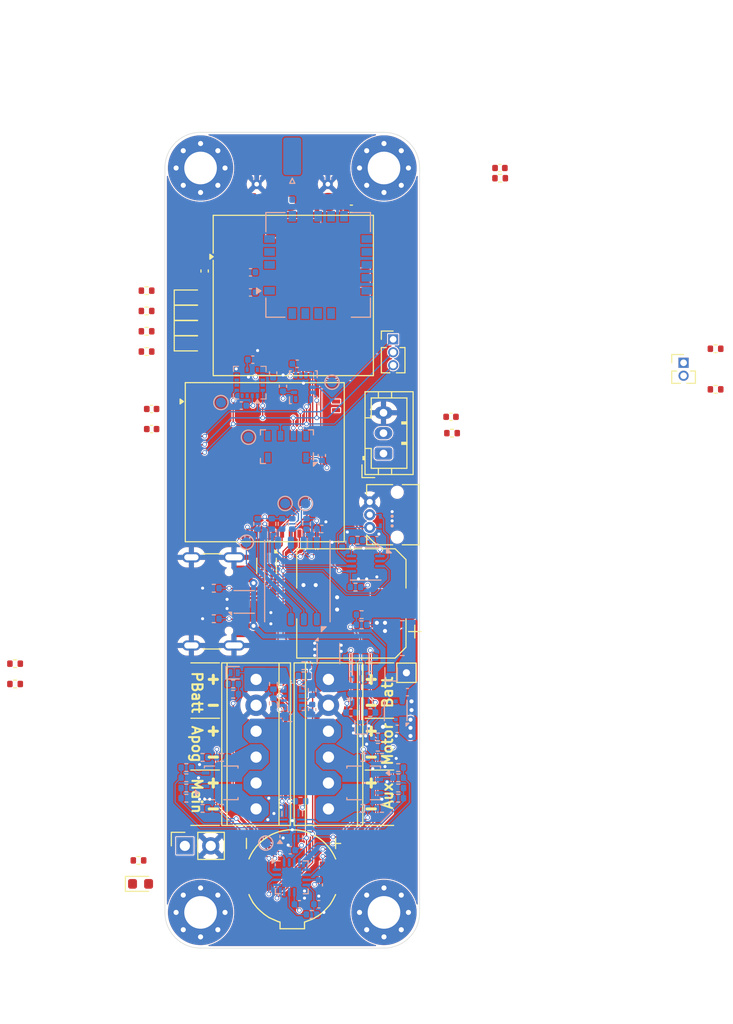
<source format=kicad_pcb>
(kicad_pcb (version 20241229) (generator "pcbnew") (generator_version "9.0")
  (title_block (title "MIDAS Mini MK1") (rev "A") (company "Illinois Space Society") (comment 4 "Contributors: Thomas McManamen"))
  (layers (0 "F.Cu" signal) (4 "In1.Cu" signal) (6 "In2.Cu" signal) (2 "B.Cu" signal) (13 "F.Paste" user) (15 "B.Paste" user) (5 "F.SilkS" user "F.Silkscreen") (7 "B.SilkS" user "B.Silkscreen") (1 "F.Mask" user) (3 "B.Mask" user) (25 "Edge.Cuts" user))
  (net 0 "")
  (net 1 "GND")
  (net 2 "/BUZZER")
  (net 3 "/RESET_SW")
  (net 4 "Net-(U101-DECAP)")
  (net 5 "+3V3")
  (net 6 "/E22_RESET")
  (net 7 "Net-(U203-SS)")
  (net 8 "/SYS_POWER")
  (net 9 "/VCAP_SENSE")
  (net 10 "/TCA4307_EN")
  (net 11 "Net-(U401-ITIMER)")
  (net 12 "/V_PYRO")
  (net 13 "/VBAT_PYRO")
  (net 14 "Net-(D101-K)")
  (net 15 "/I2C_SDA")
  (net 16 "/I2C_SCL")
  (net 17 "Net-(D104-A)")
  (net 18 "Net-(D105-A)")
  (net 19 "Net-(D106-A)")
  (net 20 "Net-(D107-A)")
  (net 21 "Net-(D203-A)")
  (net 58 "/D-")
  (net 59 "/USB_POWER")
  (net 60 "/D+")
  (net 61 "Net-(J101-CC2)")
  (net 63 "Net-(J101-CC1)")
  (net 65 "/BOOT_SW")
  (net 66 "/SPI_MOSI")
  (net 67 "/SPI_MISO")
  (net 68 "/SPI_SCK")
  (net 69 "/PYRO_B")
  (net 70 "/PYRO_A")
  (net 71 "/PYRO_C")
  (net 72 "/VBAT")
  (net 73 "/PYRO_D")
  (net 74 "/VCAP")
  (net 75 "Net-(Q401A-G1)")
  (net 76 "Net-(Q401B-G2)")
  (net 77 "Net-(Q402B-G2)")
  (net 78 "Net-(Q402A-G1)")
  (net 79 "Net-(U101-ADDR)")
  (net 80 "/PYRO_SENSE")
  (net 81 "/VBAT_SENSE")
  (net 82 "/FLASH_DAT0")
  (net 83 "/FLASH_DAT1")
  (net 84 "/FLASH_DAT2")
  (net 85 "/FLASH_DAT3")
  (net 86 "/FLASH_CMD")
  (net 87 "/LED_RED")
  (net 88 "/LED_ORANGE")
  (net 89 "/LED_GREEN")
  (net 90 "/LED_BLUE")
  (net 91 "Net-(U203-OV1)")
  (net 92 "Net-(U203-OV2)")
  (net 93 "Net-(U203-ILM)")
  (net 94 "Net-(U301-CAP)")
  (net 95 "/I2C_SDA_B2B")
  (net 96 "/I2C_SCL_B2B")
  (net 97 "/Pyro/FIRE_A")
  (net 98 "/Pyro/FIRE_C")
  (net 99 "/Pyro/PYRO_EN")
  (net 100 "/SENSE_A")
  (net 101 "/SENSE_C")
  (net 102 "Net-(U401-ILM)")
  (net 103 "/Pyro/PYRO_PG")
  (net 104 "/Pyro/PGTH")
  (net 105 "/Pyro/FIRE_B")
  (net 106 "/Pyro/FIRE_D")
  (net 107 "/SENSE_B")
  (net 108 "/SENSE_D")
  (net 109 "/EXP_INT")
  (net 110 "/EXP_RESET")
  (net 111 "/TCA4307_READY")
  (net 112 "/MMC_CS")
  (net 113 "/MMC_INT")
  (net 114 "/MS5611_CS")
  (net 115 "/LSM_CS")
  (net 116 "/FLASH_CLK")
  (net 119 "/USB_D-")
  (net 120 "/USB_D+")
  (net 124 "/E22_DIO3")
  (net 125 "/E22_BUSY")
  (net 126 "/SAM_RESET")
  (net 127 "/E22_CS")
  (net 128 "/E22_DIO1")
  (net 129 "/LSM_INT1")
  (net 130 "/E22_RXEN")
  (net 131 "/LSM_INT2")
  (net 138 "Net-(U106-DIO2)")
  (net 157 "Net-(J105-In)")
  (net 158 "/Power/PMUX_GND")
  (footprint "Capacitor_SMD:C_0402_1005Metric" (layer "F.Cu") (at 168.08 82.9)
    (property "Reference" "C112" (hide yes))
    (property "Value" "1uF")
  )
  (footprint "LED_SMD:LED_0603_1608Metric" (layer "F.Cu") (at 142.4 72.7)
    (property "Reference" "D105" (hide yes))
    (property "Value" "ORANGE LED")
  )
  (footprint "Resistor_SMD:R_0402_1005Metric" (layer "F.Cu") (at 138.2 74.51)
    (property "Reference" "R123" (hide yes))
    (property "Value" "470")
  )
  (footprint "Resistor_SMD:R_0402_1005Metric" (layer "F.Cu") (at 137.41 126.4)
    (property "Reference" "R207" (hide yes))
    (property "Value" "470")
  )
  (footprint "Connector_PinHeader_1.27mm:PinHeader_1x03_P1.27mm_Vertical" (layer "F.Cu") (at 162.4 75.3)
    (property "Reference" "J106" (hide yes))
    (property "Value" "Conn_01x03")
  )
  (footprint "MountingHole:MountingHole_3.2mm_M3_Pad_Via" (layer "F.Cu") (at 161.5 58.5)
    (property "Reference" "H104" (hide yes))
    (property "Value" "M3")
  )
  (footprint "Connector_PinSocket_2.54mm:PinSocket_1x02_P2.54mm_Vertical" (layer "F.Cu") (at 141.96 124.975 90)
    (property "Reference" "J202" (hide yes))
    (property "Value" "Conn_01x02")
  )
  (footprint "Capacitor_SMD:C_0402_1005Metric" (layer "F.Cu") (at 172.88 58.5)
    (property "Reference" "C108" (hide yes))
    (property "Value" "100nF")
  )
  (footprint "Resistor_SMD:R_0402_1005Metric" (layer "F.Cu") (at 172.9 59.5)
    (property "Reference" "R116" (hide yes))
    (property "Value" "100k")
  )
  (footprint "LED_SMD:LED_0603_1608Metric" (layer "F.Cu") (at 137.61 128.7)
    (property "Reference" "D203" (hide yes))
    (property "Value" "RED LED")
  )
  (footprint "Capacitor_SMD:C_0402_1005Metric" (layer "F.Cu") (at 143.9 68.6 -90)
    (property "Reference" "C114" (hide yes))
    (property "Value" "100nF")
  )
  (footprint "Connector_JST:JST_PH_B3B-PH-K_1x03_P2.00mm_Vertical" (layer "F.Cu") (at 161.45 86.5 90)
    (property "Reference" "J108" (hide yes))
    (property "Value" "Conn_01x03")
  )
  (footprint "Capacitor_SMD:C_0402_1005Metric" (layer "F.Cu") (at 138.7 82.13)
    (property "Reference" "C104" (hide yes))
    (property "Value" "22uF")
  )
  (footprint "Capacitor_SMD:C_0402_1005Metric" (layer "F.Cu") (at 158.3 62.5 180)
    (property "Reference" "C113" (hide yes))
    (property "Value" "100nF")
  )
  (footprint "Connector_USB:USB_C_Receptacle_GCT_USB4105-xx-A_16P_TopMnt_Horizontal" (layer "F.Cu") (at 143.675 101 -90)
    (property "Reference" "J101" (hide yes))
    (property "Value" "USB4105-GF-A")
  )
  (footprint "Resistor_SMD:R_0402_1005Metric" (layer "F.Cu") (at 138.2 76.5)
    (property "Reference" "R124" (hide yes))
    (property "Value" "470")
  )
  (footprint "Capacitor_SMD:CP_Elec_10x10.5" (layer "F.Cu") (at 158.3 101.2 180)
    (property "Reference" "C203" (hide yes))
    (property "Value" "100mF")
  )
  (footprint "Resistor_SMD:R_0402_1005Metric" (layer "F.Cu") (at 138.2 70.53)
    (property "Reference" "R121" (hide yes))
    (property "Value" "470")
  )
  (footprint "TerminalBlock_TE-Connectivity:TerminalBlock_TE_282834-6_1x06_P2.54mm_Horizontal" (layer "F.Cu") (at 156.05 121.35 90)
    (property "Reference" "J103" (hide yes))
    (property "Value" "Screw_Terminal_01x06")
  )
  (footprint "Resistor_SMD:R_0402_1005Metric" (layer "F.Cu") (at 194.04 76.225)
    (property "Reference" "R117" (hide yes))
    (property "Value" "4.7k")
  )
  (footprint "LED_SMD:LED_0603_1608Metric" (layer "F.Cu") (at 142.4 75.7)
    (property "Reference" "D107" (hide yes))
    (property "Value" "BLUE LED")
  )
  (footprint "TerminalBlock_TE-Connectivity:TerminalBlock_TE_282834-6_1x06_P2.54mm_Horizontal" (layer "F.Cu") (at 148.95 108.65 -90)
    (property "Reference" "J102" (hide yes))
    (property "Value" "Screw_Terminal_01x06")
  )
  (footprint "RF_GPS:ublox_SAM-M8Q" (layer "F.Cu") (at 152.6 71)
    (property "Reference" "U107" (hide yes))
    (property "Value" "SAM-M10Q")
  )
  (footprint "Connector_Molex_Micro-Lock-Plus:Molex_Micro-Lock_2200980371_1x03_P1.25mm_Horizontal" (layer "F.Cu") (at 162.1 92.5 90)
    (property "Reference" "J104" (hide yes))
    (property "Value" "Conn_01x03")
  )
  (footprint "Buzzer:Buzzer_SMTB-0927-TW-R" (layer "F.Cu") (at 152.5 128 -90)
    (property "Reference" "BZ101" (hide yes))
    (property "Value" "Buzzer")
  )
  (footprint "Connector_PinHeader_1.27mm:PinHeader_1x02_P1.27mm_Vertical" (layer "F.Cu") (at 190.9 77.6)
    (property "Reference" "J107" (hide yes))
    (property "Value" "Conn_01x02")
  )
  (footprint "LED_SMD:LED_0603_1608Metric" (layer "F.Cu") (at 142.4 71.2)
    (property "Reference" "D104" (hide yes))
    (property "Value" "RED LED")
  )
  (footprint "RF_Module:ESP32-S2-MINI-1U" (layer "F.Cu") (at 149.8 87.35)
    (property "Reference" "U103" (hide yes))
    (property "Value" "ESP32-S3-MINI-1U")
  )
  (footprint "MountingHole:MountingHole_3.2mm_M3_Pad_Via" (layer "F.Cu") (at 143.5 131.5)
    (property "Reference" "H102" (hide yes))
    (property "Value" "M3")
  )
  (footprint "TestPoint:TestPoint_THTPad_1.5x1.5mm_Drill0.7mm" (layer "F.Cu") (at 163.7 108)
    (property "Reference" "J201" (hide yes))
    (property "Value" "TestPoint")
  )
  (footprint "Resistor_SMD:R_0402_1005Metric" (layer "F.Cu") (at 138.2 72.52)
    (property "Reference" "R122" (hide yes))
    (property "Value" "470")
  )
  (footprint "Capacitor_SMD:C_0402_1005Metric" (layer "F.Cu") (at 138.7 84.1)
    (property "Reference" "C105" (hide yes))
    (property "Value" "100nF")
  )
  (footprint "Resistor_SMD:R_0402_1005Metric" (layer "F.Cu") (at 168.18 84.5)
    (property "Reference" "R120" (hide yes))
    (property "Value" "20k")
  )
  (footprint "Resistor_SMD:R_0402_1005Metric" (layer "F.Cu") (at 125.3 107.11)
    (property "Reference" "R423" (hide yes))
    (property "Value" "10k")
  )
  (footprint "LED_SMD:LED_0603_1608Metric" (layer "F.Cu") (at 142.4 74.2)
    (property "Reference" "D106" (hide yes))
    (property "Value" "GREEN LED")
  )
  (footprint "Resistor_SMD:R_0402_1005Metric" (layer "F.Cu") (at 194.04 80.205)
    (property "Reference" "R118" (hide yes))
    (property "Value" "4.7k")
  )
  (footprint "Resistor_SMD:R_0402_1005Metric" (layer "F.Cu") (at 125.3 109.1)
    (property "Reference" "R424" (hide yes))
    (property "Value" "10k")
  )
  (footprint "MountingHole:MountingHole_3.2mm_M3_Pad_Via" (layer "F.Cu") (at 161.5 131.5)
    (property "Reference" "H103" (hide yes))
    (property "Value" "M3")
  )
  (footprint "Package_DFN_QFN:ST_UQFN-6L_1.5x1.7mm_P0.5mm" (layer "F.Cu") (at 149.975 97.5125 -90)
    (property "Reference" "U102" (hide yes))
    (property "Value" "ECMF02-2AMX6")
  )
  (footprint "MountingHole:MountingHole_3.2mm_M3_Pad_Via" (layer "F.Cu") (at 143.5 58.5)
    (property "Reference" "H101" (hide yes))
    (property "Value" "M3")
  )
  (footprint "Capacitor_SMD:C_0402_1005Metric" (layer "B.Cu") (at 152.9875 77.7)
    (property "Reference" "C301" (hide yes))
    (property "Value" "100nF")
  )
  (footprint "Resistor_SMD:R_0402_1005Metric" (layer "B.Cu") (at 150.65 111 -90)
    (property "Reference" "R404" (hide yes))
    (property "Value" "100k")
  )
  (footprint "Resistor_SMD:R_0402_1005Metric" (layer "B.Cu") (at 143.7 121.3)
    (property "Reference" "R421" (hide yes))
    (property "Value" "18k")
  )
  (footprint "TestPoint:TestPoint_Pad_D1.0mm" (layer "B.Cu") (at 145.5 81.5)
    (property "Reference" "TP102" (hide yes))
    (property "Value" "TestPoint_Small")
  )
  (footprint "TestPoint:TestPoint_Pad_D1.0mm" (layer "B.Cu") (at 149.9 124.7)
    (property "Reference" "TP101" (hide yes))
    (property "Value" "TestPoint_Small")
  )
  (footprint "Resistor_SMD:R_0402_1005Metric" (layer "B.Cu") (at 146.7 109.1)
    (property "Reference" "R102" (hide yes))
    (property "Value" "560k")
  )
  (footprint "Diode_SMD:D_SOD-882" (layer "B.Cu") (at 162.2 108 90)
    (property "Reference" "D202" (hide yes))
    (property "Value" "SDM05U40CSP")
  )
  (footprint "Resistor_SMD:R_0402_1005Metric" (layer "B.Cu") (at 153.3 120.6)
    (property "Reference" "R412" (hide yes))
    (property "Value" "1k")
  )
  (footprint "Resistor_SMD:R_0612_1632Metric" (layer "B.Cu") (at 163.3 104.6)
    (property "Reference" "R206" (hide yes))
    (property "Value" "20")
  )
  (footprint "Capacitor_SMD:C_0402_1005Metric" (layer "B.Cu") (at 155.1 128.8 -90)
    (property "Reference" "C103" (hide yes))
    (property "Value" "1uF")
  )
  (footprint "Resistor_SMD:R_0402_1005Metric" (layer "B.Cu") (at 150.65 109.1 -90)
    (property "Reference" "R403" (hide yes))
    (property "Value" "150k")
  )
  (footprint "Capacitor_SMD:C_0402_1005Metric" (layer "B.Cu") (at 155.1 130.7)
    (property "Reference" "C101" (hide yes))
    (property "Value" "1uF")
  )
  (footprint "Capacitor_SMD:C_0402_1005Metric" (layer "B.Cu") (at 160.8 95)
    (property "Reference" "C107" (hide yes))
    (property "Value" "100nF")
  )
  (footprint "RF_Module_Ebyte:E22-400MM22S" (layer "B.Cu") (at 155.04 68)
    (property "Reference" "U106" (hide yes))
    (property "Value" "E22-400MM22S")
  )
  (footprint "Resistor_SMD:R_0402_1005Metric" (layer "B.Cu") (at 162.9 119.3 180)
    (property "Reference" "R416" (hide yes))
    (property "Value" "3.3k")
  )
  (footprint "Resistor_SMD:R_0402_1005Metric" (layer "B.Cu") (at 162.9 120.3 180)
    (property "Reference" "R418" (hide yes))
    (property "Value" "1k")
  )
  (footprint "Inductor_SMD:L_0402_1005Metric" (layer "B.Cu") (at 152.985 61.6)
    (property "Reference" "L101" (hide yes))
    (property "Value" "330nH")
  )
  (footprint "Resistor_SMD:R_0402_1005Metric" (layer "B.Cu") (at 159.2975 103.3 180)
    (property "Reference" "R108" (hide yes))
    (property "Value" "100k")
  )
  (footprint "Capacitor_SMD:C_0402_1005Metric" (layer "B.Cu") (at 152.3 125.4)
    (property "Reference" "C403" (hide yes))
    (property "Value" "100nF")
  )
  (footprint "Resistor_SMD:R_0402_1005Metric" (layer "B.Cu") (at 158.9 95 180)
    (property "Reference" "R115" (hide yes))
    (property "Value" "10k")
  )
  (footprint "Resistor_SMD:R_0402_1005Metric" (layer "B.Cu") (at 142.1 118.3)
    (property "Reference" "R401" (hide yes))
    (property "Value" "3.3k")
  )
  (footprint "Capacitor_SMD:C_0402_1005Metric" (layer "B.Cu") (at 151.5875 79.9 90)
    (property "Reference" "C304" (hide yes))
    (property "Value" "100nF")
  )
  (footprint "TestPoint:TestPoint_Pad_D1.0mm" (layer "B.Cu") (at 148.2 84.9)
    (property "Reference" "TP103" (hide yes))
    (property "Value" "TestPoint_Small")
  )
  (footprint "Package_DFN_QFN:UQFN-16_1.8x2.6mm_P0.4mm" (layer "B.Cu") (at 152.5 123)
    (property "Reference" "U402" (hide yes))
    (property "Value" "TCAL9538")
  )
  (footprint "Capacitor_SMD:C_0402_1005Metric" (layer "B.Cu") (at 154.45 111.6 -90)
    (property "Reference" "C401" (hide yes))
    (property "Value" "4.7nF")
  )
  (footprint "Package_SON:Texas_DPY0002A_0.6x1mm_P0.65mm" (layer "B.Cu") (at 161.5 92.65 180)
    (property "Reference" "D103" (hide yes))
    (property "Value" "ESD321")
  )
  (footprint "Capacitor_SMD:C_0402_1005Metric" (layer "B.Cu") (at 148.4 70.7 180)
    (property "Reference" "C111" (hide yes))
    (property "Value" "10nF")
  )
  (footprint "Resistor_SMD:R_0402_1005Metric" (layer "B.Cu") (at 144.8 102.7 180)
    (property "Reference" "R107" (hide yes))
    (property "Value" "5.1k")
  )
  (footprint "Resistor_SMD:R_0402_1005Metric" (layer "B.Cu") (at 142.1 120.3)
    (property "Reference" "R415" (hide yes))
    (property "Value" "3.3k")
  )
  (footprint "Resistor_SMD:R_0402_1005Metric" (layer "B.Cu") (at 153.6 108.3)
    (property "Reference" "R413" (hide yes))
    (property "Value" "150k")
  )
  (footprint "Capacitor_SMD:C_0402_1005Metric" (layer "B.Cu") (at 148.625 77.298)
    (property "Reference" "C303" (hide yes))
    (property "Value" "10uF")
  )
  (footprint "TestPoint:TestPoint_Pad_D1.0mm" (layer "B.Cu") (at 148 95.2)
    (property "Reference" "TP106" (hide yes))
    (property "Value" "TestPoint_Small")
  )
  (footprint "Resistor_SMD:R_0402_1005Metric" (layer "B.Cu") (at 149.1 93.4 90)
    (property "Reference" "R113" (hide yes))
    (property "Value" "50k")
  )
  (footprint "Resistor_SMD:R_0402_1005Metric" (layer "B.Cu") (at 154.4 131.7)
    (property "Reference" "R101" (hide yes))
    (property "Value" "100k")
  )
  (footprint "Resistor_SMD:R_0402_1005Metric" (layer "B.Cu") (at 153.9 93.4 90)
    (property "Reference" "R111" (hide yes))
    (property "Value" "50k")
  )
  (footprint "Resistor_SMD:R_0402_1005Metric" (layer "B.Cu") (at 142.1 119.3)
    (property "Reference" "R417" (hide yes))
    (property "Value" "1k")
  )
  (footprint "Resistor_SMD:R_0402_1005Metric" (layer "B.Cu") (at 154.45 109.7 90)
    (property "Reference" "R411" (hide yes))
    (property "Value" "820")
  )
  (footprint "Resistor_SMD:R_0402_1005Metric" (layer "B.Cu") (at 145.6 121.3)
    (property "Reference" "R419" (hide yes))
    (property "Value" "100k")
  )
  (footprint "Resistor_SMD:R_0402_1005Metric" (layer "B.Cu") (at 145.6 116.3)
    (property "Reference" "R407" (hide yes))
    (property "Value" "100k")
  )
  (footprint "Package_LGA:LGA-8_8x6.2mm_P1.27mm" (layer "B.Cu") (at 153 99 90)
    (property "Reference" "U104" (hide yes))
    (property "Value" "ZDSD64GLGEAG-R")
  )
  (footprint "Resistor_SMD:R_0402_1005Metric" (layer "B.Cu") (at 159.4 116.3 180)
    (property "Reference" "R408" (hide yes))
    (property "Value" "100k")
  )
  (footprint "Resistor_SMD:R_0402_1005Metric" (layer "B.Cu") (at 162.9 118.3 180)
    (property "Reference" "R406" (hide yes))
    (property "Value" "1k")
  )
  (footprint "Connector_Coaxial:SMA_Molex_73251-2120_EdgeMount_Horizontal" (layer "B.Cu") (at 152.5 57.1 90)
    (property "Reference" "J105" (hide yes))
    (property "Value" "SMA")
  )
  (footprint "Resistor_SMD:R_0402_1005Metric" (layer "B.Cu") (at 161.3 116.3 180)
    (property "Reference" "R410" (hide yes))
    (property "Value" "18k")
  )
  (footprint "Capacitor_SMD:C_0402_1005Metric" (layer "B.Cu") (at 153.2 130.7)
    (property "Reference" "C102" (hide yes))
    (property "Value" "1uF")
  )
  (footprint "Resistor_SMD:R_0402_1005Metric" (layer "B.Cu") (at 158.255 107.5025)
    (property "Reference" "R203" (hide yes))
    (property "Value" "16.9k")
  )
  (footprint "Resistor_SMD:R_0402_1005Metric" (layer "B.Cu") (at 162.9 117.3 180)
    (property "Reference" "R402" (hide yes))
    (property "Value" "3.3k")
  )
  (footprint "Capacitor_SMD:C_0402_1005Metric" (layer "B.Cu") (at 155.4 93.9 180)
    (property "Reference" "C106" (hide yes))
    (property "Value" "100nF")
  )
  (footprint "Capacitor_SMD:C_0402_1005Metric" (layer "B.Cu") (at 147.5 81.798 180)
    (property "Reference" "C302" (hide yes))
    (property "Value" "100nF")
  )
  (footprint "Transistor_FET_Vishay:Vishay_PowerPAK_1212-8_Dual" (layer "B.Cu") (at 159.5075 118.8 180)
    (property "Reference" "Q402" (hide yes))
    (property "Value" "Si7232DN")
  )
  (footprint "Package_SON:WSON-6-1EP_2x2mm_P0.65mm_EP1x1.6mm" (layer "B.Cu") (at 147.7875 101.05)
    (property "Reference" "U201" (hide yes))
    (property "Value" "TVS1800DRV")
  )
  (footprint "Resistor_SMD:R_0402_1005Metric" (layer "B.Cu") (at 153.6 107.3 180)
    (property "Reference" "R414" (hide yes))
    (property "Value" "100k")
  )
  (footprint "Capacitor_SMD:C_0402_1005Metric" (layer "B.Cu") (at 150.625 78.598 90)
    (property "Reference" "C305" (hide yes))
    (property "Value" "100nF")
  )
  (footprint "Capacitor_SMD:C_0402_1005Metric" (layer "B.Cu") (at 158.255 111.9025)
    (property "Reference" "C201" (hide yes))
    (property "Value" "1uF")
  )
  (footprint "Resistor_SMD:R_0402_1005Metric" (layer "B.Cu") (at 150.5 93.4 90)
    (property "Reference" "R112" (hide yes))
    (property "Value" "50k")
  )
  (footprint "Resistor_SMD:R_0402_1005Metric" (layer "B.Cu") (at 160.9 114.3)
    (property "Reference" "R104" (hide yes))
    (property "Value" "100k")
  )
  (footprint "Package_VQFN:VQFN-HR-RPW0010A" (layer "B.Cu") (at 152.55 110.5)
    (property "Reference" "U401" (hide yes))
    (property "Value" "TPS25947")
  )
  (footprint "Package_SON:Texas_DPY0002A_0.6x1mm_P0.65mm" (layer "B.Cu") (at 161.5 93.6 180)
    (property "Reference" "D102" (hide yes))
    (property "Value" "ESD321")
  )
  (footprint "Resistor_SMD:R_0402_1005Metric" (layer "B.Cu") (at 160.155 107.5025 180)
    (property "Reference" "R201" (hide yes))
    (property "Value" "16.9k")
  )
  (footprint "Package_DFN_QFN:Texas_VQFN-HR-12_2x2.5mm_P0.5mm" (layer "B.Cu") (at 159.25 109.7025)
    (property "Reference" "U203" (hide yes))
    (property "Value" "TPS2121")
  )
  (footprint "TestPoint:TestPoint_Pad_D1.0mm" (layer "B.Cu") (at 156.4 79.5)
    (property "Reference" "TP104" (hide yes))
    (property "Value" "TestPoint_Small")
  )
  (footprint "Package_SON:WSON-6-1EP_2x2mm_P0.65mm_EP1x1.6mm" (layer "B.Cu") (at 162.65 111.7 90)
    (property "Reference" "U204" (hide yes))
    (property "Value" "TPS746-Q1")
  )
  (footprint "Package_LGA:LGA-14_3x2.5mm_P0.5mm_LayoutBorder3x4y" (layer "B.Cu") (at 153.5875 80 90)
    (property "Reference" "U302" (hide yes))
    (property "Value" "LSM6DSV320X")
  )
  (footprint "Capacitor_SMD:C_0402_1005Metric" (layer "B.Cu") (at 157.4 95.2 90)
    (property "Reference" "C109" (hide yes))
    (property "Value" "100nF")
  )
  (footprint "Resistor_SMD:R_0402_1005Metric" (layer "B.Cu") (at 143.7 116.3)
    (property "Reference" "R409" (hide yes))
    (property "Value" "18k")
  )
  (footprint "Resistor_SMD:R_0402_1005Metric" (layer "B.Cu") (at 152.5 93.4 90)
    (property "Reference" "R110" (hide yes))
    (property "Value" "50k")
  )
  (footprint "Resistor_SMD:R_0402_1005Metric" (layer "B.Cu") (at 160.9 115.3 180)
    (property "Reference" "R105" (hide yes))
    (property "Value" "100k")
  )
  (footprint "Capacitor_SMD:C_0402_1005Metric" (layer "B.Cu") (at 152.35 112.425 180)
    (property "Reference" "C402" (hide yes))
    (property "Value" "4.7uF")
  )
  (footprint "Resistor_SMD:R_0402_1005Metric" (layer "B.Cu") (at 158.255 106.5025 180)
    (property "Reference" "R204" (hide yes))
    (property "Value" "5k")
  )
  (footprint "TestPoint:TestPoint_Pad_D1.0mm" (layer "B.Cu") (at 151.8 91.4)
    (property "Reference" "TP105" (hide yes))
    (property "Value" "TestPoint_Small")
  )
  (footprint "Resistor_SMD:R_0402_1005Metric" (layer "B.Cu") (at 151.5 93.4 90)
    (property "Reference" "R114" (hide yes))
    (property "Value" "50k")
  )
  (footprint "Package_LGA:LGA-16_3x3mm_P0.5mm" (layer "B.Cu") (at 148.325 79.55 90)
    (property "Reference" "U301" (hide yes))
    (property "Value" "MMC9583MA")
  )
  (footprint "TestPoint:TestPoint_Pad_D1.0mm" (layer "B.Cu") (at 153.8 91.4)
    (property "Reference" "TP107" (hide yes))
    (property "Value" "TestPoint_Small")
  )
  (footprint "Capacitor_SMD:C_0402_1005Metric" (layer "B.Cu") (at 148.4 68.73 180)
    (property "Reference" "C110" (hide yes))
    (property "Value" "10uF")
  )
  (footprint "Package_LGA:LGA-8_3x5mm_P1.25mm" (layer "B.Cu") (at 151.975 85.8275 90)
    (property "Reference" "U303" (hide yes))
    (property "Value" "MS5611-01BA")
  )
  (footprint "Capacitor_SMD:C_0402_1005Metric" (layer "B.Cu") (at 162.8 113.5 180)
    (property "Reference" "C204" (hide yes))
    (property "Value" "4.7uF")
  )
  (footprint "Resistor_SMD:R_0402_1005Metric" (layer "B.Cu") (at 142.1 117.3)
    (property "Reference" "R405" (hide yes))
    (property "Value" "1k")
  )
  (footprint "Package_SON:WSON-6-1EP_2x2mm_P0.65mm_EP1x1.6mm" (layer "B.Cu") (at 156.05 106.1125 -90)
    (property "Reference" "U202" (hide yes))
    (property "Value" "TVS1800DRV")
  )
  (footprint "Package_SON:WSON-8-1EP_3x3mm_P0.5mm_EP1.45x2.4mm" (layer "B.Cu") (at 159.7 97.3 180)
    (property "Reference" "U105" (hide yes))
    (property "Value" "TCA4307")
  )
  (footprint "Resistor_SMD:R_0402_1005Metric" (layer "B.Cu") (at 161.3 121.3 180)
    (property "Reference" "R422" (hide yes))
    (property "Value" "18k")
  )
  (footprint "Capacitor_SMD:C_0402_1005Metric" (layer "B.Cu") (at 155.4 86.7 90)
    (property "Reference" "C306" (hide yes))
    (property "Value" "100nF")
  )
  (footprint "Resistor_SMD:R_0402_1005Metric" (layer "B.Cu") (at 146.7 110.1 180)
    (property "Reference" "R103" (hide yes))
    (property "Value" "100k")
  )
  (footprint "Capacitor_SMD:C_0402_1005Metric" (layer "B.Cu") (at 163.8 109.9)
    (property "Reference" "C202" (hide yes))
    (property "Value" "1uF")
  )
  (footprint "Resistor_SMD:R_0402_1005Metric" (layer "B.Cu") (at 159.3 102.3)
    (property "Reference" "R109" (hide yes))
    (property "Value" "100k")
  )
  (footprint "Diode_SMD:D_SOD-882" (layer "B.Cu") (at 159.255 113.2025 90)
    (property "Reference" "D201" (hide yes))
    (property "Value" "BAS116L")
  )
  (footprint "Diode_SMD:D_SOD-882" (layer "B.Cu") (at 146.8 108)
    (property "Reference" "D101" (hide yes))
    (property "Value" "SDM05U40CSP")
  )
  (footprint "Resistor_SMD:R_0402_1005Metric" (layer "B.Cu") (at 158.7 99.6)
    (property "Reference" "R119" (hide yes))
    (property "Value" "10k")
  )
  (footprint "Resistor_SMD:R_0402_1005Metric" (layer "B.Cu") (at 160.155 111.9025 180)
    (property "Reference" "R205" (hide yes))
    (property "Value" "21.5k")
  )
  (footprint "Resistor_SMD:R_0402_1005Metric" (layer "B.Cu") (at 159.4 121.3 180)
    (property "Reference" "R420" (hide yes))
    (property "Value" "100k")
  )
  (footprint "Resistor_SMD:R_0402_1005Metric" (layer "B.Cu") (at 144.8 99.71 180)
    (property "Reference" "R106" (hide yes))
    (property "Value" "5.1k")
  )
  (footprint "Package_DFN_QFN:WQFN-16-1EP_3x3mm_P0.5mm_EP1.68x1.68mm" (layer "B.Cu") (at 152.45 128.0575 -90)
    (property "Reference" "U101" (hide yes))
    (property "Value" "ADS7138-Q1")
  )
  (footprint "Transistor_FET_Vishay:Vishay_PowerPAK_1212-8_Dual" (layer "B.Cu") (at 145.525 118.795)
    (property "Reference" "Q401" (hide yes))
    (property "Value" "Si7232DN")
  )
  (footprint "Resistor_SMD:R_0402_1005Metric" (layer "B.Cu") (at 160.155 106.5025)
    (property "Reference" "R202" (hide yes))
    (property "Value" "5k")
  )
  (gr_line (start 159.85 121.35) (end 160.65 121.35) (stroke (width 0.3)) (layer "F.SilkS"))
  (gr_line (start 145.35 112.46) (end 142.55 112.46) (stroke (width 0.12)) (layer "F.SilkS"))
  (gr_line (start 159.85 116.27) (end 160.65 116.27) (stroke (width 0.3)) (layer "F.SilkS"))
  (gr_line (start 144.75 108.25) (end 144.75 109.05) (stroke (width 0.3)) (layer "F.SilkS"))
  (gr_line (start 144.75 118.41) (end 144.75 119.21) (stroke (width 0.3)) (layer "F.SilkS"))
  (gr_line (start 145.35 122.97) (end 142.55 122.97) (stroke (width 0.12)) (layer "F.SilkS"))
  (gr_line (start 159.85 111.19) (end 160.65 111.19) (stroke (width 0.3)) (layer "F.SilkS"))
  (gr_line (start 159.85 108.65) (end 160.65 108.65) (stroke (width 0.3)) (layer "F.SilkS"))
  (gr_line (start 145.15 108.65) (end 144.35 108.65) (stroke (width 0.3)) (layer "F.SilkS"))
  (gr_line (start 159.65 122.97) (end 162.45 122.97) (stroke (width 0.12)) (layer "F.SilkS"))
  (gr_line (start 144.75 113.33) (end 144.75 114.13) (stroke (width 0.3)) (layer "F.SilkS"))
  (gr_line (start 145.15 118.81) (end 144.35 118.81) (stroke (width 0.3)) (layer "F.SilkS"))
  (gr_line (start 160.25 118.41) (end 160.25 119.21) (stroke (width 0.3)) (layer "F.SilkS"))
  (gr_line (start 160.25 108.25) (end 160.25 109.05) (stroke (width 0.3)) (layer "F.SilkS"))
  (gr_line (start 159.65 107.03) (end 162.45 107.03) (stroke (width 0.12)) (layer "F.SilkS"))
  (gr_line (start 160.25 113.33) (end 160.25 114.13) (stroke (width 0.3)) (layer "F.SilkS"))
  (gr_line (start 145.35 117.54) (end 142.55 117.54) (stroke (width 0.12)) (layer "F.SilkS"))
  (gr_line (start 145.35 107.03) (end 142.55 107.03) (stroke (width 0.12)) (layer "F.SilkS"))
  (gr_line (start 145.15 121.35) (end 144.35 121.35) (stroke (width 0.3)) (layer "F.SilkS"))
  (gr_line (start 159.85 118.81) (end 160.65 118.81) (stroke (width 0.3)) (layer "F.SilkS"))
  (gr_line (start 145.15 113.73) (end 144.35 113.73) (stroke (width 0.3)) (layer "F.SilkS"))
  (gr_line (start 159.65 112.46) (end 162.45 112.46) (stroke (width 0.12)) (layer "F.SilkS"))
  (gr_line (start 145.15 116.27) (end 144.35 116.27) (stroke (width 0.3)) (layer "F.SilkS"))
  (gr_line (start 159.85 113.73) (end 160.65 113.73) (stroke (width 0.3)) (layer "F.SilkS"))
  (gr_line (start 145.15 111.19) (end 144.35 111.19) (stroke (width 0.3)) (layer "F.SilkS"))
  (gr_line (start 159.65 117.54) (end 162.45 117.54) (stroke (width 0.12)) (layer "F.SilkS"))
  (gr_line (start 161.5 135) (end 143.5 135) (stroke (width 0.05)) (layer "Edge.Cuts"))
  (gr_line (start 140 131.5) (end 140 58.5) (stroke (width 0.05)) (layer "Edge.Cuts"))
  (gr_arc (start 140 58.5) (mid 141.025126 56.025126) (end 143.5 55) (stroke (width 0.05)) (layer "Edge.Cuts"))
  (gr_arc (start 165 131.5) (mid 163.974874 133.974874) (end 161.5 135) (stroke (width 0.05)) (layer "Edge.Cuts"))
  (gr_arc (start 143.5 135) (mid 141.025126 133.974874) (end 140 131.5) (stroke (width 0.05)) (layer "Edge.Cuts"))
  (gr_line (start 143.5 55) (end 161.5 55) (stroke (width 0.05)) (layer "Edge.Cuts"))
  (gr_line (start 165 58.5) (end 165 131.5) (stroke (width 0.05)) (layer "Edge.Cuts"))
  (gr_arc (start 161.5 55) (mid 163.974874 56.025126) (end 165 58.5) (stroke (width 0.05)) (layer "Edge.Cuts"))
  (gr_text "MIDAS" (at 152.5 62 0) (layer "F.Cu") (effects (font (size 1.7 1.7) (thickness 0.3) (bold yes))))
  (gr_text "Apog" (at 143.15 114.999999 270) (layer "F.SilkS") (effects (font (size 1 1) (thickness 0.2) (bold yes))))
  (gr_text "Batt" (at 161.85 109.92 90) (layer "F.SilkS") (effects (font (size 1 1) (thickness 0.2) (bold yes))))
  (gr_text "Aux" (at 161.85 120.08 90) (layer "F.SilkS") (effects (font (size 1 1) (thickness 0.2) (bold yes))))
  (gr_text "PBatt" (at 143.15 109.919999 270) (layer "F.SilkS") (effects (font (size 1 1) (thickness 0.2) (bold yes))))
  (gr_text "Motor" (at 161.85 115 90) (layer "F.SilkS") (effects (font (size 1 1) (thickness 0.2) (bold yes))))
  (gr_text "Main" (at 143.15 120.079999 270) (layer "F.SilkS") (effects (font (size 1 1) (thickness 0.2) (bold yes))))
  (via (at 159.7 114.2) (size 0.45) (drill 0.3) (layers "F.Cu" "B.Cu") (net 1))
  (via (at 146.1 101.7) (size 0.45) (drill 0.3) (layers "F.Cu" "B.Cu") (net 1))
  (via (at 159.2 114.2) (size 0.45) (drill 0.3) (layers "F.Cu" "B.Cu") (net 1))
  (via (at 158.5 113.9) (size 0.45) (drill 0.3) (layers "F.Cu" "B.Cu") (net 1))
  (via (at 143.7 102.7) (size 0.45) (drill 0.3) (layers "F.Cu" "B.Cu") (net 1))
  (via (at 154.7 106.3) (size 0.45) (drill 0.3) (layers "F.Cu" "B.Cu") (net 1))
  (via (at 159 98.8) (size 0.45) (drill 0.3) (layers "F.Cu" "B.Cu") (net 1))
  (via (at 161 94.4) (size 0.45) (drill 0.3) (layers "F.Cu" "B.Cu") (net 1))
  (via (at 161.4 113.3) (size 0.8) (drill 0.4) (layers "F.Cu" "B.Cu") (net 1))
  (via (at 150.4 102.1) (size 0.45) (drill 0.3) (layers "F.Cu" "B.Cu") (net 1))
  (via (at 154.7 105.7) (size 0.45) (drill 0.3) (layers "F.Cu" "B.Cu") (net 1))
  (via (at 143.3 118.3) (size 0.45) (drill 0.3) (layers "F.Cu" "B.Cu") (net 1))
  (via (at 154.7 105.1) (size 0.45) (drill 0.3) (layers "F.Cu" "B.Cu") (net 1))
  (via (at 159.5 95.8) (size 0.45) (drill 0.3) (layers "F.Cu" "B.Cu") (net 1))
  (via (at 161.6 117.2) (size 0.45) (drill 0.3) (layers "F.Cu" "B.Cu") (net 1))
  (via (at 146.1 100.8) (size 0.45) (drill 0.3) (layers "F.Cu" "B.Cu") (net 1))
  (via (at 160 113.2) (size 0.45) (drill 0.3) (layers "F.Cu" "B.Cu") (net 1))
  (via (at 157.3 105.9) (size 0.45) (drill 0.3) (layers "F.Cu" "B.Cu") (net 1))
  (via (at 160.8 98.6) (size 0.45) (drill 0.3) (layers "F.Cu" "B.Cu") (net 1))
  (via (at 151.4 121.2) (size 0.45) (drill 0.3) (layers "F.Cu" "B.Cu") (net 1))
  (via (at 162.7 114.2) (size 0.45) (drill 0.3) (layers "F.Cu" "B.Cu") (net 1))
  (via (at 148.2 79) (size 0.45) (drill 0.3) (layers "F.Cu" "B.Cu") (net 1))
  (via (at 159.8 98.8) (size 0.45) (drill 0.3) (layers "F.Cu" "B.Cu") (net 1))
  (via (at 159.8 115) (size 0.45) (drill 0.3) (layers "F.Cu" "B.Cu") (net 1))
  (via (at 143.7 99.7) (size 0.45) (drill 0.3) (layers "F.Cu" "B.Cu") (net 1))
  (via (at 162.3 92.2) (size 0.45) (drill 0.3) (layers "F.Cu" "B.Cu") (net 1))
  (via (at 153.6 79.6) (size 0.45) (drill 0.3) (layers "F.Cu" "B.Cu") (net 1))
  (via (at 153.6 99.4) (size 0.8) (drill 0.4) (layers "F.Cu" "B.Cu") (net 1))
  (via (at 143.4 117) (size 0.45) (drill 0.3) (layers "F.Cu" "B.Cu") (net 1))
  (via (at 152.5 122.5) (size 0.45) (drill 0.3) (layers "F.Cu" "B.Cu") (net 1))
  (via (at 161.3 120.4) (size 0.45) (drill 0.3) (layers "F.Cu" "B.Cu") (net 1))
  (via (at 153.7 129.4) (size 0.45) (drill 0.3) (layers "F.Cu" "B.Cu") (net 1))
  (via (at 153.7 130.1) (size 0.45) (drill 0.3) (layers "F.Cu" "B.Cu") (net 1))
  (via (at 144.4 120.4) (size 0.45) (drill 0.3) (layers "F.Cu" "B.Cu") (net 1))
  (via (at 151.6 78.8) (size 0.45) (drill 0.3) (layers "F.Cu" "B.Cu") (net 1))
  (via (at 155.6 131.5) (size 0.45) (drill 0.3) (layers "F.Cu" "B.Cu") (net 1))
  (via (at 152.1 124.9) (size 0.45) (drill 0.3) (layers "F.Cu" "B.Cu") (net 1))
  (via (at 150.7 121.8) (size 0.45) (drill 0.3) (layers "F.Cu" "B.Cu") (net 1))
  (via (at 162.7 116.4) (size 0.45) (drill 0.3) (layers "F.Cu" "B.Cu") (net 1))
  (via (at 156.9 101.8) (size 0.8) (drill 0.4) (layers "F.Cu" "B.Cu") (net 1))
  (via (at 156.9 100.6) (size 0.8) (drill 0.4) (layers "F.Cu" "B.Cu") (net 1))
  (via (at 156.4 95.2) (size 0.45) (drill 0.3) (layers "F.Cu" "B.Cu") (net 1))
  (via (at 155.8 93.2) (size 0.45) (drill 0.3) (layers "F.Cu" "B.Cu") (net 1))
  (via (at 155.1 129.9) (size 0.45) (drill 0.3) (layers "F.Cu" "B.Cu") (net 1))
  (via (at 157.9 94.2) (size 0.45) (drill 0.3) (layers "F.Cu" "B.Cu") (net 1))
  (via (at 164.204064 111.660785) (size 0.8) (drill 0.4) (layers "F.Cu" "B.Cu") (net 1))
  (via (at 164.2 110.8) (size 0.8) (drill 0.4) (layers "F.Cu" "B.Cu") (net 1))
  (via (at 158.5 113.2) (size 0.45) (drill 0.3) (layers "F.Cu" "B.Cu") (net 1))
  (via (at 160.4 117.4) (size 0.45) (drill 0.3) (layers "F.Cu" "B.Cu") (net 1))
  (via (at 157.3 105.3) (size 0.45) (drill 0.3) (layers "F.Cu" "B.Cu") (net 1))
  (via (at 143.4 120.4) (size 0.45) (drill 0.3) (layers "F.Cu" "B.Cu") (net 1))
  (via (at 162.3 93.1) (size 0.45) (drill 0.3) (layers "F.Cu" "B.Cu") (net 1))
  (via (at 150.4 103.2) (size 0.45) (drill 0.3) (layers "F.Cu" "B.Cu") (net 1))
  (via (at 152.5 123.4) (size 0.45) (drill 0.3) (layers "F.Cu" "B.Cu") (net 1))
  (via (at 143.9 120.4) (size 0.45) (drill 0.3) (layers "F.Cu" "B.Cu") (net 1))
  (via (at 154.8 99.4) (size 0.8) (drill 0.4) (layers "F.Cu" "B.Cu") (net 1))
  (via (at 147 78.2) (size 0.45) (drill 0.3) (layers "F.Cu" "B.Cu") (net 1))
  (via (at 150.1 122.4) (size 0.45) (drill 0.3) (layers "F.Cu" "B.Cu") (net 1))
  (via (at 161.8 118.7) (size 0.45) (drill 0.3) (layers "F.Cu" "B.Cu") (net 1))
  (via (at 151.6 124.2) (size 0.45) (drill 0.3) (layers "F.Cu" "B.Cu") (net 1))
  (via (at 149.1 76.4) (size 0.45) (drill 0.3) (layers "F.Cu" "B.Cu") (net 1))
  (via (at 150.2 120.3) (size 0.45) (drill 0.3) (layers "F.Cu" "B.Cu") (net 1))
  (segment (start 153.9075 128.8075) (end 154.62 129.52) (width 0.127) (layer "B.Cu") (net 4))
  (segment (start 154.62 129.52) (end 154.62 130.7) (width 0.127) (layer "B.Cu") (net 4))
  (segment (start 154.62 130.7) (end 154.62 131.41) (width 0.127) (layer "B.Cu") (net 4))
  (segment (start 154.62 131.41) (end 154.91 131.7) (width 0.127) (layer "B.Cu") (net 4))
  (segment (start 154.677331 128.749577) (end 154.7 128.772246) (width 0.127) (layer "F.Cu") (net 5))
  (via (at 153.2 131.3) (size 0.45) (drill 0.3) (layers "F.Cu" "B.Cu") (net 5))
  (via (at 159.9 99.4) (size 0.45) (drill 0.3) (layers "F.Cu" "B.Cu") (net 5))
  (via (at 158.4 95.7) (size 0.45) (drill 0.3) (layers "F.Cu" "B.Cu") (net 5))
  (via (at 164.1 113.4) (size 0.8) (drill 0.4) (layers "F.Cu" "B.Cu") (net 5))
  (via (at 153.416539 124.916539) (size 0.45) (drill 0.3) (layers "F.Cu" "B.Cu") (net 5))
  (via (at 149.8 92.7) (size 0.45) (drill 0.3) (layers "F.Cu" "B.Cu") (net 5))
  (via (at 154.9 93.1) (size 0.45) (drill 0.3) (layers "F.Cu" "B.Cu") (net 5))
  (via (at 153.5 121.2) (size 0.45) (drill 0.3) (layers "F.Cu" "B.Cu") (net 5))
  (via (at 164.1 114.2) (size 0.8) (drill 0.4) (layers "F.Cu" "B.Cu") (net 5))
  (via (at 151.6 81.1) (size 0.45) (drill 0.3) (layers "F.Cu" "B.Cu") (net 5))
  (via (at 154.677331 128.749577) (size 0.45) (drill 0.3) (layers "F.Cu" "B.Cu") (net 5))
  (via (at 148.643801 81.792798) (size 0.45) (drill 0.3) (layers "F.Cu" "B.Cu") (net 5))
  (via (at 164.1 112.6) (size 0.8) (drill 0.4) (layers "F.Cu" "B.Cu") (net 5))
  (via (at 148.9 79) (size 0.45) (drill 0.3) (layers "F.Cu" "B.Cu") (net 5))
  (via (at 155.9 87.9) (size 0.45) (drill 0.3) (layers "F.Cu" "B.Cu") (net 5))
  (via (at 152.3 78.9) (size 0.45) (drill 0.3) (layers "F.Cu" "B.Cu") (net 5))
  (segment (start 158.3 95.8) (end 158.3 96.55) (width 0.127) (layer "B.Cu") (net 5))
  (segment (start 152.7 125.32) (end 152.78 125.4) (width 0.127) (layer "B.Cu") (net 5))
  (segment (start 154.92 94.02) (end 154.905 94.035) (width 0.127) (layer "B.Cu") (net 5))
  (segment (start 149.99 92.89) (end 149.8 92.7) (width 0.127) (layer "B.Cu") (net 5))
  (segment (start 154.9 93.88) (end 154.92 93.9) (width 0.127) (layer "B.Cu") (net 5))
  (segment (start 154.905 94.035) (end 154.905 95.25) (width 0.127) (layer "B.Cu") (net 5))
  (segment (start 150.5 92.89) (end 151.5 92.89) (width 0.127) (layer "B.Cu") (net 5))
  (segment (start 152.933078 125.4) (end 152.78 125.4) (width 0.127) (layer "B.Cu") (net 5))
  (segment (start 147.98 81.798) (end 148.638599 81.798) (width 0.127) (layer "B.Cu") (net 5))
  (segment (start 155.0875 128.3075) (end 155.1 128.32) (width 0.127) (layer "B.Cu") (net 5))
  (segment (start 153.81 120.6) (end 153.81 120.89) (width 0.127) (layer "B.Cu") (net 5))
  (segment (start 155.4 87.18) (end 155.28 87.18) (width 0.127) (layer "B.Cu") (net 5))
  (segment (start 154.9 93.1) (end 154.9 93.88) (width 0.127) (layer "B.Cu") (net 5))
  (segment (start 151.7075 80.5) (end 151.5875 80.38) (width 0.127) (layer "B.Cu") (net 5))
  (segment (start 152.8375 78.8375) (end 152.8375 78.03) (width 0.127) (layer "B.Cu") (net 5))
  (segment (start 148.638599 81.798) (end 148.643801 81.792798) (width 0.127) (layer "B.Cu") (net 5))
  (segment (start 152.7 130.68) (end 152.72 130.7) (width 0.127) (layer "B.Cu") (net 5))
  (segment (start 155.9 87.68) (end 155.4 87.18) (width 0.127) (layer "B.Cu") (net 5))
  (segment (start 154.92 93.9) (end 154.92 94.02) (width 0.127) (layer "B.Cu") (net 5))
  (segment (start 149.61 92.89) (end 149.8 92.7) (width 0.127) (layer "B.Cu") (net 5))
  (segment (start 151.6 80.3925) (end 151.5875 80.38) (width 0.127) (layer "B.Cu") (net 5))
  (segment (start 149.1 78.8) (end 149.6 78.8) (width 0.127) (layer "B.Cu") (net 5))
  (segment (start 155.28 87.18) (end 155.0025 86.9025) (width 0.127) (layer "B.Cu") (net 5))
  (segment (start 155.1 128.32) (end 155.1 128.326908) (width 0.127) (layer "B.Cu") (net 5))
  (segment (start 158.39 95.69) (end 158.4 95.7) (width 0.127) (layer "B.Cu") (net 5))
  (segment (start 153.416539 124.916539) (end 152.933078 125.4) (width 0.127) (layer "B.Cu") (net 5))
  (segment (start 153.9075 128.3075) (end 155.0875 128.3075) (width 0.127) (layer "B.Cu") (net 5))
  (segment (start 152.72 130.7) (end 152.72 130.82) (width 0.127) (layer "B.Cu") (net 5))
  (segment (start 152.8375 78.03) (end 152.5075 77.7) (width 0.127) (layer "B.Cu") (net 5))
  (segment (start 159.7 99.6) (end 159.9 99.4) (width 0.127) (layer "B.Cu") (net 5))
  (segment (start 152.3 78.9) (end 152.775 78.9) (width 0.127) (layer "B.Cu") (net 5))
  (segment (start 152.775 78.9) (end 152.8375 78.8375) (width 0.127) (layer "B.Cu") (net 5))
  (segment (start 152.7 129.515) (end 152.7 130.68) (width 0.127) (layer "B.Cu") (net 5))
  (segment (start 151.6 81.1) (end 151.6 80.3925) (width 0.127) (layer "B.Cu") (net 5))
  (segment (start 158.39 95) (end 158.39 95.69) (width 0.127) (layer "B.Cu") (net 5))
  (segment (start 153.9 92.89) (end 154.69 92.89) (width 0.127) (layer "B.Cu") (net 5))
  (segment (start 155.0025 86.9025) (end 153.85 86.9025) (width 0.127) (layer "B.Cu") (net 5))
  (segment (start 148.575 80.825) (end 148.575 81.723997) (width 0.127) (layer "B.Cu") (net 5))
  (segment (start 149.1 92.89) (end 149.61 92.89) (width 0.127) (layer "B.Cu") (net 5))
  (segment (start 150.5 92.89) (end 149.99 92.89) (width 0.127) (layer "B.Cu") (net 5))
  (segment (start 158.4 95.7) (end 158.3 95.8) (width 0.127) (layer "B.Cu") (net 5))
  (segment (start 159.21 99.6) (end 159.7 99.6) (width 0.127) (layer "B.Cu") (net 5))
  (segment (start 149.6 78.8) (end 150.347 78.8) (width 0.127) (layer "B.Cu") (net 5))
  (segment (start 154.69 92.89) (end 154.9 93.1) (width 0.127) (layer "B.Cu") (net 5))
  (segment (start 153.81 120.89) (end 153.5 121.2) (width 0.127) (layer "B.Cu") (net 5))
  (segment (start 148.9 79) (end 149.1 78.8) (width 0.127) (layer "B.Cu") (net 5))
  (segment (start 151.5 92.89) (end 152.5 92.89) (width 0.127) (layer "B.Cu") (net 5))
  (segment (start 148.575 81.723997) (end 148.643801 81.792798) (width 0.127) (layer "B.Cu") (net 5))
  (segment (start 152.72 130.82) (end 153.2 131.3) (width 0.127) (layer "B.Cu") (net 5))
  (segment (start 152.675 80.5) (end 151.7075 80.5) (width 0.127) (layer "B.Cu") (net 5))
  (segment (start 155.1 128.326908) (end 154.677331 128.749577) (width 0.127) (layer "B.Cu") (net 5))
  (segment (start 152.7 124.25) (end 152.7 125.32) (width 0.127) (layer "B.Cu") (net 5))
  (segment (start 150.347 78.8) (end 150.625 79.078) (width 0.127) (layer "B.Cu") (net 5))
  (segment (start 155.9 87.9) (end 155.9 87.68) (width 0.127) (layer "B.Cu") (net 5))
  (segment (start 159 111.6375) (end 159 110.8525) (width 0.127) (layer "B.Cu") (net 7))
  (segment (start 158.735 111.9025) (end 159 111.6375) (width 0.127) (layer "B.Cu") (net 7))
  (segment (start 160.39 113.038163) (end 161.3 112.128163) (width 0.127) (layer "B.Cu") (net 8))
  (segment (start 161.3 112.128163) (end 161.3 111.5125) (width 0.127) (layer "B.Cu") (net 8))
  (segment (start 161.3 111.5125) (end 162 110.8125) (width 0.127) (layer "B.Cu") (net 8))
  (segment (start 162 110.8125) (end 162 110.4) (width 0.127) (layer "B.Cu") (net 8))
  (segment (start 160.39 114.3) (end 160.39 113.038163) (width 0.127) (layer "B.Cu") (net 8))
  (segment (start 159.2 104.5) (end 159.2 113) (width 0.127) (layer "F.Cu") (net 9))
  (segment (start 158.2 103.5) (end 159.2 104.5) (width 0.127) (layer "F.Cu") (net 9))
  (segment (start 160.7895 122.3105) (end 157.8 125.3) (width 0.127) (layer "F.Cu") (net 9))
  (segment (start 159.2 113) (end 160.7895 114.5895) (width 0.127) (layer "F.Cu") (net 9))
  (segment (start 157.8 125.3) (end 155.5 125.3) (width 0.127) (layer "F.Cu") (net 9))
  (segment (start 160.7895 114.5895) (end 160.7895 122.3105) (width 0.127) (layer "F.Cu") (net 9))
  (via (at 158.2 103.5) (size 0.45) (drill 0.3) (layers "F.Cu" "B.Cu") (net 9))
  (via (at 155.5 125.3) (size 0.45) (drill 0.3) (layers "F.Cu" "B.Cu") (net 9))
  (segment (start 158.79 103.2975) (end 158.7875 103.3) (width 0.127) (layer "B.Cu") (net 9))
  (segment (start 155.5 125.3) (end 153.9075 126.8925) (width 0.127) (layer "B.Cu") (net 9))
  (segment (start 158.7875 103.3) (end 158.4 103.3) (width 0.127) (layer "B.Cu") (net 9))
  (segment (start 158.79 102.3) (end 158.79 103.2975) (width 0.127) (layer "B.Cu") (net 9))
  (segment (start 153.9075 126.8925) (end 153.9075 127.3075) (width 0.127) (layer "B.Cu") (net 9))
  (segment (start 158.4 103.3) (end 158.2 103.5) (width 0.127) (layer "B.Cu") (net 9))
  (segment (start 161.1 95.9) (end 158.5 93.3) (width 0.127) (layer "F.Cu") (net 10))
  (segment (start 158.5 93.3) (end 156.8 93.3) (width 0.127) (layer "F.Cu") (net 10))
  (via (at 161.1 95.9) (size 0.45) (drill 0.3) (layers "F.Cu" "B.Cu") (net 10))
  (segment (start 161.1 95.78) (end 160.32 95) (width 0.127) (layer "B.Cu") (net 10))
  (segment (start 160.32 95) (end 159.41 95) (width 0.127) (layer "B.Cu") (net 10))
  (segment (start 161.1 95.9) (end 161.1 95.78) (width 0.127) (layer "B.Cu") (net 10))
  (segment (start 161.1 96.55) (end 161.1 95.9) (width 0.127) (layer "B.Cu") (net 10))
  (segment (start 153.45 111.2) (end 154.37 111.2) (width 0.127) (layer "B.Cu") (net 11))
  (segment (start 154.37 111.2) (end 154.45 111.12) (width 0.127) (layer "B.Cu") (net 11))
  (segment (start 152.8 110.5) (end 152.8 108.59) (width 0.127) (layer "B.Cu") (net 12))
  (segment (start 152.8 108.59) (end 153.09 108.3) (width 0.127) (layer "B.Cu") (net 12))
  (segment (start 148.95 108.65) (end 148.3 108) (width 0.127) (layer "B.Cu") (net 13))
  (segment (start 148.3 108) (end 147.15 108) (width 0.127) (layer "B.Cu") (net 13))
  (segment (start 146.19 109.1) (end 146.19 108.26) (width 0.127) (layer "B.Cu") (net 14))
  (segment (start 146.19 108.26) (end 146.45 108) (width 0.127) (layer "B.Cu") (net 14))
  (segment (start 153.9 124.2) (end 153.9 107.8) (width 0.127) (layer "F.Cu") (net 15))
  (segment (start 150.2 129.7) (end 153.9 126) (width 0.127) (layer "F.Cu") (net 15))
  (segment (start 151.5 94.35) (end 151.5 93.7) (width 0.127) (layer "F.Cu") (net 15))
  (segment (start 151.1 97.3) (end 151.1 95.9) (width 0.127) (layer "F.Cu") (net 15))
  (segment (start 151.1 105) (end 151.1 97.3) (width 0.127) (layer "F.Cu") (net 15))
  (segment (start 153.9 107.8) (end 151.1 105) (width 0.127) (layer "F.Cu") (net 15))
  (segment (start 153.9 126) (end 153.9 124.2) (width 0.127) (layer "F.Cu") (net 15))
  (segment (start 154.5 90.7) (end 154.5 77.6) (width 0.127) (layer "F.Cu") (net 15))
  (segment (start 151.1 95.9) (end 151.5 95.5) (width 0.127) (layer "F.Cu") (net 15))
  (segment (start 151.5 93.7) (end 154.5 90.7) (width 0.127) (layer "F.Cu") (net 15))
  (segment (start 151.5 95.5) (end 151.5 94.35) (width 0.127) (layer "F.Cu") (net 15))
  (via (at 153.9 124.2) (size 0.45) (drill 0.3) (layers "F.Cu" "B.Cu") (net 15))
  (via (at 151.1 97.3) (size 0.45) (drill 0.3) (layers "F.Cu" "B.Cu") (net 15))
  (via (at 150.2 129.7) (size 0.45) (drill 0.3) (layers "F.Cu" "B.Cu") (net 15))
  (segment (start 153.1 124.25) (end 153.85 124.25) (width 0.127) (layer "B.Cu") (net 15))
  (segment (start 151.1 97.3) (end 151.35 97.55) (width 0.127) (layer "B.Cu") (net 15))
  (segment (start 150.575001 128.3075) (end 150.9925 128.3075) (width 0.127) (layer "B.Cu") (net 15))
  (segment (start 150.2 128.682501) (end 150.575001 128.3075) (width 0.127) (layer "B.Cu") (net 15))
  (segment (start 150.2 129.7) (end 150.2 128.682501) (width 0.127) (layer "B.Cu") (net 15))
  (segment (start 151.35 97.55) (end 158.3 97.55) (width 0.127) (layer "B.Cu") (net 15))
  (segment (start 153.85 124.25) (end 153.9 124.2) (width 0.127) (layer "B.Cu") (net 15))
  (segment (start 160.7 76.8) (end 160.7 73.9) (width 0.127) (layer "F.Cu") (net 16))
  (segment (start 160.7 73.9) (end 159.7 72.9) (width 0.127) (layer "F.Cu") (net 16))
  (segment (start 159.7 72.9) (end 159.2 72.9) (width 0.127) (layer "F.Cu") (net 16))
  (segment (start 151.6 96.1) (end 152.35 95.35) (width 0.127) (layer "F.Cu") (net 16))
  (segment (start 158.2605 79.2395) (end 160.7 76.8) (width 0.127) (layer "F.Cu") (net 16))
  (segment (start 154.5 123.8) (end 154.5 107.3) (width 0.127) (layer "F.Cu") (net 16))
  (segment (start 152.35 94.15) (end 155.3 91.2) (width 0.127) (layer "F.Cu") (net 16))
  (segment (start 154.5 107.3) (end 151.6 104.4) (width 0.127) (layer "F.Cu") (net 16))
  (segment (start 152.35 95.35) (end 152.35 94.35) (width 0.127) (layer "F.Cu") (net 16))
  (segment (start 155.3 79.7) (end 155.7605 79.2395) (width 0.127) (layer "F.Cu") (net 16))
  (segment (start 154.5 123.8) (end 154.5 126.6) (width 0.127) (layer "F.Cu") (net 16))
  (segment (start 152.35 94.35) (end 152.35 94.15) (width 0.127) (layer "F.Cu") (net 16))
  (segment (start 154.5 126.6) (end 151 130.1) (width 0.127) (layer "F.Cu") (net 16))
  (segment (start 151.6 98) (end 151.6 96.1) (width 0.127) (layer "F.Cu") (net 16))
  (segment (start 155.7605 79.2395) (end 158.2605 79.2395) (width 0.127) (layer "F.Cu") (net 16))
  (segment (start 151 130) (end 151 130.1) (width 0.127) (layer "F.Cu") (net 16))
  (segment (start 155.3 91.2) (end 155.3 79.7) (width 0.127) (layer "F.Cu") (net 16))
  (segment (start 151.6 104.4) (end 151.6 98) (width 0.127) (layer "F.Cu") (net 16))
  (via (at 151.6 98) (size 0.45) (drill 0.3) (layers "F.Cu" "B.Cu") (net 16))
  (via (at 154.5 123.8) (size 0.45) (drill 0.3) (layers "F.Cu" "B.Cu") (net 16))
  (via (at 151 130.1) (size 0.45) (drill 0.3) (layers "F.Cu" "B.Cu") (net 16))
  (segment (start 162 98.9) (end 162 97.975001) (width 0.127) (layer "B.Cu") (net 16))
  (segment (start 157.8 100.3) (end 160.6 100.3) (width 0.127) (layer "B.Cu") (net 16))
  (segment (start 154.3 123.6) (end 154.5 123.8) (width 0.127) (layer "B.Cu") (net 16))
  (segment (start 161.574999 97.55) (end 161.1 97.55) (width 0.127) (layer "B.Cu") (net 16))
  (segment (start 150.9925 130.0925) (end 150.9925 128.8075) (width 0.127) (layer "B.Cu") (net 16))
  (segment (start 155.5 98) (end 157.8 100.3) (width 0.127) (layer "B.Cu") (net 16))
  (segment (start 162 97.975001) (end 161.574999 97.55) (width 0.127) (layer "B.Cu") (net 16))
  (segment (start 160.6 100.3) (end 162 98.9) (width 0.127) (layer "B.Cu") (net 16))
  (segment (start 151 130.1) (end 150.9925 130.0925) (width 0.127) (layer "B.Cu") (net 16))
  (segment (start 151.6 98) (end 155.5 98) (width 0.127) (layer "B.Cu") (net 16))
  (segment (start 153.35 123.6) (end 154.3 123.6) (width 0.127) (layer "B.Cu") (net 16))
  (segment (start 148.283051 100.31555) (end 148.217501 100.25) (width 0.2419) (layer "F.Cu") (net 58))
  (segment (start 149.427847 99.811301) (end 148.923598 100.31555) (width 0.2419) (layer "F.Cu") (net 58))
  (segment (start 149.975 98.818751) (end 150.04055 98.884301) (width 0.2419) (layer "F.Cu") (net 58))
  (segment (start 149.777363 99.461785) (end 149.777362 99.461786) (width 0.2419) (layer "F.Cu") (net 58))
  (segment (start 147.355 101.25) (end 146.780001 101.25) (width 0.2419) (layer "F.Cu") (net 58))
  (segment (start 149.429915 99.809233) (end 149.427847 99.811301) (width 0.2419) (layer "F.Cu") (net 58))
  (segment (start 146.55805 100.471951) (end 146.780001 100.25) (width 0.2419) (layer "F.Cu") (net 58))
  (segment (start 150.04055 99.198598) (end 149.795976 99.443172) (width 0.2419) (layer "F.Cu") (net 58))
  (segment (start 149.777362 99.461786) (end 149.429915 99.809233) (width 0.2419) (layer "F.Cu") (net 58))
  (segment (start 146.780001 101.25) (end 146.55805 101.028049) (width 0.2419) (layer "F.Cu") (net 58))
  (segment (start 148.923598 100.31555) (end 148.283051 100.31555) (width 0.2419) (layer "F.Cu") (net 58))
  (segment (start 149.793908 99.44524) (end 149.777363 99.461785) (width 0.2419) (layer "F.Cu") (net 58))
  (segment (start 149.795976 99.443172) (end 149.793908 99.44524) (width 0.2419) (layer "F.Cu") (net 58))
  (segment (start 146.780001 100.25) (end 147.355 100.25) (width 0.2419) (layer "F.Cu") (net 58))
  (segment (start 148.217501 100.25) (end 147.355 100.25) (width 0.2419) (layer "F.Cu") (net 58))
  (segment (start 149.975 98.2) (end 149.975 98.818751) (width 0.2419) (layer "F.Cu") (net 58))
  (segment (start 146.55805 101.028049) (end 146.55805 100.471951) (width 0.2419) (layer "F.Cu") (net 58))
  (segment (start 150.04055 98.884301) (end 150.04055 99.198598) (width 0.2419) (layer "F.Cu") (net 58))
  (segment (start 147.355 103.4) (end 148.7 103.4) (width 0.5) (layer "F.Cu") (net 59))
  (segment (start 148.1 98.6) (end 148.7 99.2) (width 0.5) (layer "F.Cu") (net 59))
  (segment (start 147.355 98.6) (end 148.1 98.6) (width 0.5) (layer "F.Cu") (net 59))
  (via (at 148.7 103.4) (size 0.8) (drill 0.4) (layers "F.Cu" "B.Cu") (net 59))
  (via (at 148.7 99.2) (size 0.8) (drill 0.4) (layers "F.Cu" "B.Cu") (net 59))
  (segment (start 160.665 109.137499) (end 160.449999 109.3525) (width 0.5) (layer "B.Cu") (net 59))
  (segment (start 160.934999 107.5025) (end 160.665 107.5025) (width 0.5) (layer "B.Cu") (net 59))
  (segment (start 161.4 105.7) (end 161.4 107.037499) (width 0.5) (layer "B.Cu") (net 59))
  (segment (start 161.4 107.037499) (end 160.934999 107.5025) (width 0.5) (layer "B.Cu") (net 59))
  (segment (start 160.1 104.4) (end 161.4 105.7) (width 0.5) (layer "B.Cu") (net 59))
  (segment (start 160.665 107.8) (end 160.665 109.137499) (width 0.5) (layer "B.Cu") (net 59))
  (segment (start 149.7 104.4) (end 160.1 104.4) (width 0.5) (layer "B.Cu") (net 59))
  (segment (start 160.665 107.5025) (end 160.665 107.8) (width 0.5) (layer "B.Cu") (net 59))
  (segment (start 160.934999 107.530001) (end 160.665 107.8) (width 0.5) (layer "B.Cu") (net 59))
  (segment (start 148.7 103.4) (end 149.7 104.4) (width 0.5) (layer "B.Cu") (net 59))
  (segment (start 160.934999 107.5025) (end 160.934999 107.530001) (width 0.5) (layer "B.Cu") (net 59))
  (segment (start 148.7 99.2) (end 148.7 103.4) (width 0.5) (layer "B.Cu") (net 59))
  (segment (start 160.449999 109.3525) (end 159.925 109.3525) (width 0.5) (layer "B.Cu") (net 59))
  (segment (start 149.076402 100.68445) (end 150.40945 99.351402) (width 0.2419) (layer "F.Cu") (net 60))
  (segment (start 147.929999 101.75) (end 148.15195 101.528049) (width 0.2419) (layer "F.Cu") (net 60))
  (segment (start 150.40945 99.351402) (end 150.40945 98.884301) (width 0.2419) (layer "F.Cu") (net 60))
  (segment (start 147.355 100.75) (end 148.217501 100.75) (width 0.2419) (layer "F.Cu") (net 60))
  (segment (start 147.355 101.75) (end 147.929999 101.75) (width 0.2419) (layer "F.Cu") (net 60))
  (segment (start 148.283051 100.68445) (end 149.076402 100.68445) (width 0.2419) (layer "F.Cu") (net 60))
  (segment (start 150.40945 98.884301) (end 150.475 98.818751) (width 0.2419) (layer "F.Cu") (net 60))
  (segment (start 147.929999 100.75) (end 147.355 100.75) (width 0.2419) (layer "F.Cu") (net 60))
  (segment (start 148.15195 101.528049) (end 148.15195 100.971951) (width 0.2419) (layer "F.Cu") (net 60))
  (segment (start 150.475 98.818751) (end 150.475 98.2) (width 0.2419) (layer "F.Cu") (net 60))
  (segment (start 148.217501 100.75) (end 148.283051 100.68445) (width 0.2419) (layer "F.Cu") (net 60))
  (segment (start 148.15195 100.971951) (end 147.929999 100.75) (width 0.2419) (layer "F.Cu") (net 60))
  (segment (start 146.35 102.75) (end 146.3 102.7) (width 0.127) (layer "F.Cu") (net 61))
  (segment (start 147.355 102.75) (end 146.35 102.75) (width 0.127) (layer "F.Cu") (net 61))
  (via (at 146.3 102.7) (size 0.45) (drill 0.3) (layers "F.Cu" "B.Cu") (net 61))
  (segment (start 146.3 102.7) (end 145.31 102.7) (width 0.127) (layer "B.Cu") (net 61))
  (segment (start 146.35 99.75) (end 146.3 99.7) (width 0.127) (layer "F.Cu") (net 63))
  (segment (start 147.355 99.75) (end 146.35 99.75) (width 0.127) (layer "F.Cu") (net 63))
  (via (at 146.3 99.7) (size 0.45) (drill 0.3) (layers "F.Cu" "B.Cu") (net 63))
  (segment (start 146.3 99.7) (end 145.32 99.7) (width 0.127) (layer "B.Cu") (net 63))
  (segment (start 145.32 99.7) (end 145.31 99.71) (width 0.127) (layer "B.Cu") (net 63))
  (segment (start 154.9 83) (end 154.9 81.3) (width 0.127) (layer "F.Cu") (net 66))
  (segment (start 149.6 81.8) (end 149.6 83) (width 0.127) (layer "F.Cu") (net 66))
  (segment (start 143.85 85.65) (end 143.9 85.6) (width 0.127) (layer "F.Cu") (net 66))
  (segment (start 142.8 85.65) (end 143.85 85.65) (width 0.127) (layer "F.Cu") (net 66))
  (segment (start 152.6 83) (end 152.6 83.9885) (width 0.127) (layer "F.Cu") (net 66))
  (via (at 149.6 81.8) (size 0.45) (drill 0.3) (layers "F.Cu" "B.Cu") (net 66))
  (via (at 154.9 81.3) (size 0.45) (drill 0.3) (layers "F.Cu" "B.Cu") (net 66))
  (via (at 152.6 83) (size 0.45) (drill 0.3) (layers "F.Cu" "B.Cu") (net 66))
  (via (at 152.6 83.9885) (size 0.45) (drill 0.3) (layers "F.Cu" "B.Cu") (net 66))
  (via (at 143.9 85.6) (size 0.45) (drill 0.3) (layers "F.Cu" "B.Cu") (net 66))
  (via (at 154.9 83) (size 0.45) (drill 0.3) (layers "F.Cu" "B.Cu") (net 66))
  (via (at 149.6 83) (size 0.45) (drill 0.3) (layers "F.Cu" "B.Cu") (net 66))
  (segment (start 149.6 80.3) (end 149.6 81.8) (width 0.127) (layer "B.Cu") (net 66))
  (segment (start 152.6 83.9885) (end 152.6 84.7525) (width 0.127) (layer "B.Cu") (net 66))
  (segment (start 146.5 83) (end 149.6 83) (width 0.127) (layer "B.Cu") (net 66))
  (segment (start 154.9 83) (end 155.97 83) (width 0.127) (layer "B.Cu") (net 66))
  (segment (start 154.9 80.9) (end 154.5 80.5) (width 0.127) (layer "B.Cu") (net 66))
  (segment (start 155.97 83) (end 162.4 76.57) (width 0.127) (layer "B.Cu") (net 66))
  (segment (start 143.9 85.6) (end 146.5 83) (width 0.127) (layer "B.Cu") (net 66))
  (segment (start 149.6 83) (end 152.6 83) (width 0.127) (layer "B.Cu") (net 66))
  (segment (start 154.9 81.3) (end 154.9 80.9) (width 0.127) (layer "B.Cu") (net 66))
  (segment (start 152.6 83) (end 154.9 83) (width 0.127) (layer "B.Cu") (net 66))
  (segment (start 143.8 86.5) (end 143.9 86.4) (width 0.127) (layer "F.Cu") (net 67))
  (segment (start 153.9 83.6) (end 153.9 81.9) (width 0.127) (layer "F.Cu") (net 67))
  (segment (start 142.8 86.5) (end 143.8 86.5) (width 0.127) (layer "F.Cu") (net 67))
  (segment (start 146.7 83.6) (end 146.7 81.3) (width 0.127) (layer "F.Cu") (net 67))
  (via (at 146.7 83.6) (size 0.45) (drill 0.3) (layers "F.Cu" "B.Cu") (net 67))
  (via (at 146.7 81.3) (size 0.45) (drill 0.3) (layers "F.Cu" "B.Cu") (net 67))
  (via (at 153.9 81.9) (size 0.45) (drill 0.3) (layers "F.Cu" "B.Cu") (net 67))
  (via (at 153.9 83.6) (size 0.45) (drill 0.3) (layers "F.Cu" "B.Cu") (net 67))
  (via (at 143.9 86.4) (size 0.45) (drill 0.3) (layers "F.Cu" "B.Cu") (net 67))
  (segment (start 154.3375 81.4625) (end 154.3375 81.1625) (width 0.127) (layer "B.Cu") (net 67))
  (segment (start 151.35 84.7525) (end 151.35 83.75) (width 0.127) (layer "B.Cu") (net 67))
  (segment (start 151.35 83.75) (end 151.5 83.6) (width 0.127) (layer "B.Cu") (net 67))
  (segment (start 146.7 80.65) (end 147.05 80.3) (width 0.127) (layer "B.Cu") (net 67))
  (segment (start 153.9 81.9) (end 154.3375 81.4625) (width 0.127) (layer "B.Cu") (net 67))
  (segment (start 156.64 83.6) (end 162.4 77.84) (width 0.127) (layer "B.Cu") (net 67))
  (segment (start 153.9 83.6) (end 156.64 83.6) (width 0.127) (layer "B.Cu") (net 67))
  (segment (start 146.7 83.6) (end 151.2 83.6) (width 0.127) (layer "B.Cu") (net 67))
  (segment (start 151.35 83.75) (end 151.2 83.6) (width 0.127) (layer "B.Cu") (net 67))
  (segment (start 143.9 86.4) (end 146.7 83.6) (width 0.127) (layer "B.Cu") (net 67))
  (segment (start 146.7 81.3) (end 146.7 80.65) (width 0.127) (layer "B.Cu") (net 67))
  (segment (start 151.2 83.6) (end 151.5 83.6) (width 0.127) (layer "B.Cu") (net 67))
  (segment (start 151.5 83.6) (end 153.9 83.6) (width 0.127) (layer "B.Cu") (net 67))
  (segment (start 153.3 82.4) (end 153.3 84) (width 0.127) (layer "F.Cu") (net 68))
  (segment (start 142.8 84.8) (end 143.9 84.8) (width 0.127) (layer "F.Cu") (net 68))
  (via (at 153.3 84) (size 0.45) (drill 0.3) (layers "F.Cu" "B.Cu") (net 68))
  (via (at 153.3 82.4) (size 0.45) (drill 0.3) (layers "F.Cu" "B.Cu") (net 68))
  (via (at 143.9 84.8) (size 0.45) (drill 0.3) (layers "F.Cu" "B.Cu") (net 68))
  (segment (start 149.2 82.4) (end 153.3 82.4) (width 0.127) (layer "B.Cu") (net 68))
  (segment (start 153.3 84) (end 153.7975 84.4975) (width 0.127) (layer "B.Cu") (net 68))
  (segment (start 153.7975 84.7) (end 153.85 84.7525) (width 0.127) (layer "B.Cu") (net 68))
  (segment (start 149.075 82.275) (end 149.2 82.4) (width 0.127) (layer "B.Cu") (net 68))
  (segment (start 156.4 81.3) (end 156.55 81.15) (width 0.127) (layer "B.Cu") (net 68))
  (segment (start 143.9 84.8) (end 146.3 82.4) (width 0.127) (layer "B.Cu") (net 68))
  (segment (start 156.4 81.3) (end 156.25 81.15) (width 0.127) (layer "B.Cu") (net 68))
  (segment (start 155.3 82.4) (end 156.25 81.45) (width 0.127) (layer "B.Cu") (net 68))
  (segment (start 155.1 80) (end 154.5 80) (width 0.127) (layer "B.Cu") (net 68))
  (segment (start 153.3 82.4) (end 155.3 82.4) (width 0.127) (layer "B.Cu") (net 68))
  (segment (start 148.9 82.4) (end 149.2 82.4) (width 0.127) (layer "B.Cu") (net 68))
  (segment (start 156.25 81.45) (end 156.4 81.3) (width 0.127) (layer "B.Cu") (net 68))
  (segment (start 149.075 80.825) (end 149.075 82.275) (width 0.127) (layer "B.Cu") (net 68))
  (segment (start 146.3 82.4) (end 148.9 82.4) (width 0.127) (layer "B.Cu") (net 68))
  (segment (start 156.55 81.15) (end 162.4 75.3) (width 0.127) (layer "B.Cu") (net 68))
  (segment (start 156.25 81.15) (end 156.25 81.45) (width 0.127) (layer "B.Cu") (net 68))
  (segment (start 148.95 82.4) (end 149.075 82.275) (width 0.127) (layer "B.Cu") (net 68))
  (segment (start 153.7975 84.4975) (end 153.7975 84.7) (width 0.127) (layer "B.Cu") (net 68))
  (segment (start 156.25 81.15) (end 156.55 81.15) (width 0.127) (layer "B.Cu") (net 68))
  (segment (start 156.25 81.15) (end 155.1 80) (width 0.127) (layer "B.Cu") (net 68))
  (via (at 160.8 103.1) (size 0.8) (drill 0.4) (layers "F.Cu" "B.Cu") (net 74))
  (via (at 161.6 103.9) (size 0.8) (drill 0.4) (layers "F.Cu" "B.Cu") (net 74))
  (via (at 161.6 103.1) (size 0.8) (drill 0.4) (layers "F.Cu" "B.Cu") (net 74))
  (segment (start 160.6 103.3) (end 160.8 103.1) (width 0.127) (layer "B.Cu") (net 74))
  (segment (start 159.8075 103.3) (end 160.6 103.3) (width 0.127) (layer "B.Cu") (net 74))
  (segment (start 144 119.12) (end 142.79 119.12) (width 0.127) (layer "B.Cu") (net 75))
  (segment (start 142.79 119.12) (end 142.61 119.3) (width 0.127) (layer "B.Cu") (net 75))
  (segment (start 144 117.82) (end 143.13 117.82) (width 0.127) (layer "B.Cu") (net 76))
  (segment (start 143.13 117.82) (end 142.61 117.3) (width 0.127) (layer "B.Cu") (net 76))
  (segment (start 161.0325 119.775) (end 161.865 119.775) (width 0.127) (layer "B.Cu") (net 77))
  (segment (start 161.865 119.775) (end 162.39 120.3) (width 0.127) (layer "B.Cu") (net 77))
  (segment (start 161.0325 118.475) (end 161.2075 118.3) (width 0.127) (layer "B.Cu") (net 78))
  (segment (start 161.2075 118.3) (end 162.39 118.3) (width 0.127) (layer "B.Cu") (net 78))
  (segment (start 152.2 130.924508) (end 152.975492 131.7) (width 0.127) (layer "B.Cu") (net 79))
  (segment (start 152.975492 131.7) (end 153.89 131.7) (width 0.127) (layer "B.Cu") (net 79))
  (segment (start 152.2 129.515) (end 152.2 130.924508) (width 0.127) (layer "B.Cu") (net 79))
  (segment (start 146.7 111) (end 146.7 121.1) (width 0.127) (layer "F.Cu") (net 80))
  (segment (start 146.7 121.1) (end 151.3 125.7) (width 0.127) (layer "F.Cu") (net 80))
  (via (at 151.3 125.7) (size 0.45) (drill 0.3) (layers "F.Cu" "B.Cu") (net 80))
  (via (at 146.7 111) (size 0.45) (drill 0.3) (layers "F.Cu" "B.Cu") (net 80))
  (segment (start 147.21 110.49) (end 146.7 111) (width 0.127) (layer "B.Cu") (net 80))
  (segment (start 147.21 110.1) (end 147.21 110.49) (width 0.127) (layer "B.Cu") (net 80))
  (segment (start 151.7 126.6) (end 151.7 126.1) (width 0.127) (layer "B.Cu") (net 80))
  (segment (start 151.7 126.1) (end 151.3 125.7) (width 0.127) (layer "B.Cu") (net 80))
  (segment (start 147.21 109.1) (end 147.21 110.1) (width 0.127) (layer "B.Cu") (net 80))
  (segment (start 155.5 126) (end 158.1 126) (width 0.127) (layer "F.Cu") (net 81))
  (segment (start 158.1 126) (end 162.3105 121.7895) (width 0.127) (layer "F.Cu") (net 81))
  (segment (start 162.3105 115.3895) (end 162.4 115.3) (width 0.127) (layer "F.Cu") (net 81))
  (segment (start 162.3105 121.7895) (end 162.3105 115.3895) (width 0.127) (layer "F.Cu") (net 81))
  (via (at 155.5 126) (size 0.45) (drill 0.3) (layers "F.Cu" "B.Cu") (net 81))
  (via (at 162.4 115.3) (size 0.45) (drill 0.3) (layers "F.Cu" "B.Cu") (net 81))
  (segment (start 155.5 126.632499) (end 154.324999 127.8075) (width 0.127) (layer "B.Cu") (net 81))
  (segment (start 154.324999 127.8075) (end 153.9075 127.8075) (width 0.127) (layer "B.Cu") (net 81))
  (segment (start 161.41 114.3) (end 161.41 115.3) (width 0.127) (layer "B.Cu") (net 81))
  (segment (start 161.41 115.3) (end 162.4 115.3) (width 0.127) (layer "B.Cu") (net 81))
  (segment (start 155.5 126) (end 155.5 126.632499) (width 0.127) (layer "B.Cu") (net 81))
  (segment (start 154.05 95.85) (end 153.3 96.6) (width 0.127) (layer "F.Cu") (net 82))
  (segment (start 154.05 94.35) (end 154.05 95.85) (width 0.127) (layer "F.Cu") (net 82))
  (via (at 153.3 96.6) (size 0.45) (drill 0.3) (layers "F.Cu" "B.Cu") (net 82))
  (segment (start 152.5 93.91) (end 152.89 93.91) (width 0.127) (layer "B.Cu") (net 82))
  (segment (start 152.365 96.065) (end 152.9 96.6) (width 0.127) (layer "B.Cu") (net 82))
  (segment (start 152.365 94.075) (end 152.5 93.94) (width 0.127) (layer "B.Cu") (net 82))
  (segment (start 152.5 93.94) (end 152.5 93.91) (width 0.127) (layer "B.Cu") (net 82))
  (segment (start 152.89 93.91) (end 153.4 93.4) (width 0.127) (layer "B.Cu") (net 82))
  (segment (start 152.365 95.25) (end 152.365 96.065) (width 0.127) (layer "B.Cu") (net 82))
  (segment (start 152.9 96.6) (end 153.3 96.6) (width 0.127) (layer "B.Cu") (net 82))
  (segment (start 153.4 93.4) (end 153.4 91.8) (width 0.127) (layer "B.Cu") (net 82))
  (segment (start 152.365 95.25) (end 152.365 94.075) (width 0.127) (layer "B.Cu") (net 82))
  (segment (start 153.4 91.8) (end 153.8 91.4) (width 0.127) (layer "B.Cu") (net 82))
  (segment (start 154.9 96.1) (end 154.4 96.6) (width 0.127) (layer "F.Cu") (net 83))
  (segment (start 154.9 94.35) (end 154.9 96.1) (width 0.127) (layer "F.Cu") (net 83))
  (via (at 154.4 96.6) (size 0.45) (drill 0.3) (layers "F.Cu" "B.Cu") (net 83))
  (segment (start 153.635 96.135) (end 153.635 95.25) (width 0.127) (layer "B.Cu") (net 83))
  (segment (start 153.635 95.25) (end 153.635 94.345) (width 0.127) (layer "B.Cu") (net 83))
  (segment (start 154.1 96.6) (end 153.635 96.135) (width 0.127) (layer "B.Cu") (net 83))
  (segment (start 153.635 94.345) (end 153.9 94.08) (width 0.127) (layer "B.Cu") (net 83))
  (segment (start 153.9 94.08) (end 153.9 93.91) (width 0.127) (layer "B.Cu") (net 83))
  (segment (start 154.4 96.6) (end 154.1 96.6) (width 0.127) (layer "B.Cu") (net 83))
  (segment (start 148.95 93.85) (end 148.95 94.35) (width 0.127) (layer "F.Cu") (net 84))
  (segment (start 149.4 93.4) (end 148.95 93.85) (width 0.127) (layer "F.Cu") (net 84))
  (segment (start 149.8 93.4) (end 149.4 93.4) (width 0.127) (layer "F.Cu") (net 84))
  (via (at 149.8 93.4) (size 0.45) (drill 0.3) (layers "F.Cu" "B.Cu") (net 84))
  (segment (start 150.2 94.21) (end 150.2 97.3) (width 0.127) (layer "B.Cu") (net 84))
  (segment (start 150.2 97.3) (end 154.905 102.005) (width 0.127) (layer "B.Cu") (net 84))
  (segment (start 150.5 93.91) (end 150.2 94.21) (width 0.127) (layer "B.Cu") (net 84))
  (segment (start 150.31 93.91) (end 149.8 93.4) (width 0.127) (layer "B.Cu") (net 84))
  (segment (start 150.5 93.91) (end 150.31 93.91) (width 0.127) (layer "B.Cu") (net 84))
  (segment (start 154.905 102.005) (end 154.905 102.75) (width 0.127) (layer "B.Cu") (net 84))
  (segment (start 148.1 93.7) (end 148.1 94.35) (width 0.127) (layer "F.Cu") (net 85))
  (via (at 148.1 93.7) (size 0.45) (drill 0.3) (layers "F.Cu" "B.Cu") (net 85))
  (segment (start 149.1 93.91) (end 149.1 97.3) (width 0.127) (layer "B.Cu") (net 85))
  (segment (start 153.635 101.835) (end 153.635 102.75) (width 0.127) (layer "B.Cu") (net 85))
  (segment (start 149.1 93.91) (end 148.31 93.91) (width 0.127) (layer "B.Cu") (net 85))
  (segment (start 148.31 93.91) (end 148.1 93.7) (width 0.127) (layer "B.Cu") (net 85))
  (segment (start 149.1 97.3) (end 153.635 101.835) (width 0.127) (layer "B.Cu") (net 85))
  (segment (start 153.2 95.7) (end 152.3 96.6) (width 0.127) (layer "F.Cu") (net 86))
  (segment (start 153.2 94.35) (end 153.2 95.7) (width 0.127) (layer "F.Cu") (net 86))
  (via (at 152.3 96.6) (size 0.45) (drill 0.3) (layers "F.Cu" "B.Cu") (net 86))
  (segment (start 152.737298 93.4) (end 153.1 93.037298) (width 0.127) (layer "B.Cu") (net 86))
  (segment (start 151.095 96.095) (end 151.6 96.6) (width 0.127) (layer "B.Cu") (net 86))
  (segment (start 153.1 92.4) (end 152.1 91.4) (width 0.127) (layer "B.Cu") (net 86))
  (segment (start 153.1 93.037298) (end 153.1 92.4) (width 0.127) (layer "B.Cu") (net 86))
  (segment (start 151.095 95.25) (end 151.095 96.095) (width 0.127) (layer "B.Cu") (net 86))
  (segment (start 151.5 93.91) (end 151.2 93.91) (width 0.127) (layer "B.Cu") (net 86))
  (segment (start 152.1 91.4) (end 151.8 91.4) (width 0.127) (layer "B.Cu") (net 86))
  (segment (start 151.6 96.6) (end 152.3 96.6) (width 0.127) (layer "B.Cu") (net 86))
  (segment (start 151.2 93.91) (end 151.095 94.015) (width 0.127) (layer "B.Cu") (net 86))
  (segment (start 152.01 93.4) (end 152.737298 93.4) (width 0.127) (layer "B.Cu") (net 86))
  (segment (start 151.5 93.91) (end 152.01 93.4) (width 0.127) (layer "B.Cu") (net 86))
  (segment (start 151.095 94.015) (end 151.095 95.25) (width 0.127) (layer "B.Cu") (net 86))
  (segment (start 159.5 108.5525) (end 159.5 107.6475) (width 0.127) (layer "B.Cu") (net 91))
  (segment (start 159.645 106.5025) (end 159.645 107.5025) (width 0.127) (layer "B.Cu") (net 91))
  (segment (start 159.5 107.6475) (end 159.645 107.5025) (width 0.127) (layer "B.Cu") (net 91))
  (segment (start 158.765 106.5025) (end 158.765 107.5025) (width 0.127) (layer "B.Cu") (net 92))
  (segment (start 159 108.5525) (end 159 107.7375) (width 0.127) (layer "B.Cu") (net 92))
  (segment (start 159 107.7375) (end 158.765 107.5025) (width 0.127) (layer "B.Cu") (net 92))
  (segment (start 159.5 110.8525) (end 159.5 111.7575) (width 0.127) (layer "B.Cu") (net 93))
  (segment (start 159.5 111.7575) (end 159.645 111.9025) (width 0.127) (layer "B.Cu") (net 93))
  (segment (start 148.075 78.275) (end 148.075 77.368) (width 0.127) (layer "B.Cu") (net 94))
  (segment (start 148.075 77.368) (end 148.145 77.298) (width 0.127) (layer "B.Cu") (net 94))
  (segment (start 156.9255 96.1505) (end 156.9255 94.449992) (width 0.127) (layer "B.Cu") (net 95))
  (segment (start 160.1 93.75) (end 161 93.75) (width 0.127) (layer "B.Cu") (net 95))
  (segment (start 157.4375 96.6625) (end 156.9255 96.1505) (width 0.127) (layer "B.Cu") (net 95))
  (segment (start 157.825001 97.05) (end 158.3 97.05) (width 0.127) (layer "B.Cu") (net 95))
  (segment (start 157.4375 96.6625) (end 157.825001 97.05) (width 0.127) (layer "B.Cu") (net 95))
  (segment (start 157.625492 93.75) (end 160.1 93.75) (width 0.127) (layer "B.Cu") (net 95))
  (segment (start 161 93.75) (end 161.15 93.6) (width 0.127) (layer "B.Cu") (net 95))
  (segment (start 157.4 96.624999) (end 157.4375 96.6625) (width 0.127) (layer "B.Cu") (net 95))
  (segment (start 156.9255 94.449992) (end 157.625492 93.75) (width 0.127) (layer "B.Cu") (net 95))
  (segment (start 160.1 92.5) (end 161 92.5) (width 0.127) (layer "B.Cu") (net 96))
  (segment (start 161.4645 92.9645) (end 161.15 92.65) (width 0.127) (layer "B.Cu") (net 96))
  (segment (start 161.1 97.05) (end 161.574999 97.05) (width 0.127) (layer "B.Cu") (net 96))
  (segment (start 161.9 94.56775) (end 161.4645 94.13225) (width 0.127) (layer "B.Cu") (net 96))
  (segment (start 161.574999 97.05) (end 161.9 96.724999) (width 0.127) (layer "B.Cu") (net 96))
  (segment (start 161 92.5) (end 161.15 92.65) (width 0.127) (layer "B.Cu") (net 96))
  (segment (start 161.9 96.724999) (end 161.9 94.56775) (width 0.127) (layer "B.Cu") (net 96))
  (segment (start 161.4645 94.13225) (end 161.4645 92.9645) (width 0.127) (layer "B.Cu") (net 96))
  (segment (start 141 118.89) (end 141.59 118.3) (width 0.127) (layer "B.Cu") (net 97))
  (segment (start 141 120.7) (end 141 118.89) (width 0.127) (layer "B.Cu") (net 97))
  (segment (start 151.65 123.2) (end 143.5 123.2) (width 0.127) (layer "B.Cu") (net 97))
  (segment (start 141.59 118.3) (end 141.59 117.3) (width 0.127) (layer "B.Cu") (net 97))
  (segment (start 143.5 123.2) (end 141 120.7) (width 0.127) (layer "B.Cu") (net 97))
  (segment (start 153.35 122.8) (end 154.495075 122.8) (width 0.127) (layer "B.Cu") (net 98))
  (segment (start 163.41 117.3) (end 163.41 118.3) (width 0.127) (layer "B.Cu") (net 98))
  (segment (start 164 120.7) (end 164 118.89) (width 0.127) (layer "B.Cu") (net 98))
  (segment (start 154.895075 123.2) (end 161.5 123.2) (width 0.127) (layer "B.Cu") (net 98))
  (segment (start 161.5 123.2) (end 164 120.7) (width 0.127) (layer "B.Cu") (net 98))
  (segment (start 154.495075 122.8) (end 154.895075 123.2) (width 0.127) (layer "B.Cu") (net 98))
  (segment (start 164 118.89) (end 163.41 118.3) (width 0.127) (layer "B.Cu") (net 98))
  (segment (start 151.5 111.8) (end 151.3 111.6) (width 0.127) (layer "F.Cu") (net 99))
  (segment (start 151.5 120.6) (end 151.5 111.8) (width 0.127) (layer "F.Cu") (net 99))
  (via (at 151.5 120.6) (size 0.45) (drill 0.3) (layers "F.Cu" "B.Cu") (net 99))
  (via (at 151.3 111.6) (size 0.45) (drill 0.3) (layers "F.Cu" "B.Cu") (net 99))
  (segment (start 150.65 109.61) (end 150.65 110.49) (width 0.127) (layer "B.Cu") (net 99))
  (segment (start 150.65 110.49) (end 151.36 111.2) (width 0.127) (layer "B.Cu") (net 99))
  (segment (start 151.3 111.26) (end 151.36 111.2) (width 0.127) (layer "B.Cu") (net 99))
  (segment (start 151.3 111.6) (end 151.3 111.26) (width 0.127) (layer "B.Cu") (net 99))
  (segment (start 151.9 121.75) (end 151.9 121) (width 0.127) (layer "B.Cu") (net 99))
  (segment (start 151.9 121) (end 151.5 120.6) (width 0.127) (layer "B.Cu") (net 99))
  (segment (start 151.36 111.2) (end 151.65 111.2) (width 0.127) (layer "B.Cu") (net 99))
  (segment (start 150.2 126.2) (end 145.1 121.1) (width 0.127) (layer "F.Cu") (net 100))
  (segment (start 145.1 121.1) (end 145.1 115.5) (width 0.127) (layer "F.Cu") (net 100))
  (via (at 150.2 126.2) (size 0.45) (drill 0.3) (layers "F.Cu" "B.Cu") (net 100))
  (via (at 145.1 115.5) (size 0.45) (drill 0.3) (layers "F.Cu" "B.Cu") (net 100))
  (segment (start 145.09 116.3) (end 144.21 116.3) (width 0.127) (layer "B.Cu") (net 100))
  (segment (start 145.09 115.51) (end 145.1 115.5) (width 0.127) (layer "B.Cu") (net 100))
  (segment (start 150.2 126.2) (end 150.2 127.432499) (width 0.127) (layer "B.Cu") (net 100))
  (segment (start 150.575001 127.8075) (end 150.9925 127.8075) (width 0.127) (layer "B.Cu") (net 100))
  (segment (start 150.2 127.432499) (end 150.575001 127.8075) (width 0.127) (layer "B.Cu") (net 100))
  (segment (start 145.09 116.3) (end 145.09 115.51) (width 0.127) (layer "B.Cu") (net 100))
  (segment (start 156.9 124.1) (end 159.5 121.5) (width 0.127) (layer "F.Cu") (net 101))
  (segment (start 159.5 121.5) (end 159.5 115.5) (width 0.127) (layer "F.Cu") (net 101))
  (segment (start 156.5 124.1) (end 156.9 124.1) (width 0.127) (layer "F.Cu") (net 101))
  (via (at 159.5 115.5) (size 0.45) (drill 0.3) (layers "F.Cu" "B.Cu") (net 101))
  (via (at 156.5 124.1) (size 0.45) (drill 0.3) (layers "F.Cu" "B.Cu") (net 101))
  (segment (start 159.5 115.5) (end 159.91 115.91) (width 0.127) (layer "B.Cu") (net 101))
  (segment (start 153.577876 125.306039) (end 153.576462 125.306039) (width 0.127) (layer "B.Cu") (net 101))
  (segment (start 153.2245 125.700008) (end 153.050008 125.8745) (width 0.127) (layer "B.Cu") (net 101))
  (segment (start 153.2245 125.658001) (end 153.2245 125.700008) (width 0.127) (layer "B.Cu") (net 101))
  (segment (start 152.7 126.182501) (end 152.7 126.6) (width 0.127) (layer "B.Cu") (net 101))
  (segment (start 153.576462 125.306039) (end 153.2245 125.658001) (width 0.127) (layer "B.Cu") (net 101))
  (segment (start 153.806039 125.076462) (end 153.806039 125.077876) (width 0.127) (layer "B.Cu") (net 101))
  (segment (start 154.782501 124.1) (end 153.806039 125.076462) (width 0.127) (layer "B.Cu") (net 101))
  (segment (start 153.050008 125.8745) (end 153.008001 125.8745) (width 0.127) (layer "B.Cu") (net 101))
  (segment (start 153.008001 125.8745) (end 152.7 126.182501) (width 0.127) (layer "B.Cu") (net 101))
  (segment (start 160.79 116.3) (end 159.91 116.3) (width 0.127) (layer "B.Cu") (net 101))
  (segment (start 156.5 124.1) (end 154.782501 124.1) (width 0.127) (layer "B.Cu") (net 101))
  (segment (start 153.806039 125.077876) (end 153.577876 125.306039) (width 0.127) (layer "B.Cu") (net 101))
  (segment (start 159.91 115.91) (end 159.91 116.3) (width 0.127) (layer "B.Cu") (net 101))
  (segment (start 153.935 110.725) (end 153.45 110.725) (width 0.127) (layer "B.Cu") (net 102))
  (segment (start 154.45 110.21) (end 153.935 110.725) (width 0.127) (layer "B.Cu") (net 102))
  (segment (start 152.2 111.185957) (end 152.2 120.6) (width 0.127) (layer "F.Cu") (net 103))
  (segment (start 151.287864 110.273821) (end 152.2 111.185957) (width 0.127) (layer "F.Cu") (net 103))
  (via (at 151.287864 110.273821) (size 0.45) (drill 0.3) (layers "F.Cu" "B.Cu") (net 103))
  (via (at 152.2 120.6) (size 0.45) (drill 0.3) (layers "F.Cu" "B.Cu") (net 103))
  (segment (start 152.7 120.69) (end 152.79 120.6) (width 0.127) (layer "B.Cu") (net 103))
  (segment (start 151.648821 110.273821) (end 151.65 110.275) (width 0.127) (layer "B.Cu") (net 103))
  (segment (start 152.7 121.75) (end 152.7 120.69) (width 0.127) (layer "B.Cu") (net 103))
  (segment (start 152.79 120.6) (end 152.2 120.6) (width 0.127) (layer "B.Cu") (net 103))
  (segment (start 151.287864 110.273821) (end 151.648821 110.273821) (width 0.127) (layer "B.Cu") (net 103))
  (segment (start 151.9 108.9) (end 151.4 109.4) (width 0.127) (layer "F.Cu") (net 104))
  (segment (start 153.1885 108.945) (end 153.1435 108.9) (width 0.127) (layer "F.Cu") (net 104))
  (segment (start 153.1435 108.9) (end 151.9 108.9) (width 0.127) (layer "F.Cu") (net 104))
  (via (at 153.1885 108.945) (size 0.45) (drill 0.3) (layers "F.Cu" "B.Cu") (net 104))
  (via (at 151.4 109.4) (size 0.45) (drill 0.3) (layers "F.Cu" "B.Cu") (net 104))
  (segment (start 151.4 109.55) (end 151.65 109.8) (width 0.127) (layer "B.Cu") (net 104))
  (segment (start 154.11 108.39) (end 154.11 108.3) (width 0.127) (layer "B.Cu") (net 104))
  (segment (start 151.4 109.4) (end 151.4 109.55) (width 0.127) (layer "B.Cu") (net 104))
  (segment (start 154.11 108.3) (end 154.11 107.3) (width 0.127) (layer "B.Cu") (net 104))
  (segment (start 153.1885 108.945) (end 153.555 108.945) (width 0.127) (layer "B.Cu") (net 104))
  (segment (start 153.555 108.945) (end 154.11 108.39) (width 0.127) (layer "B.Cu") (net 104))
  (segment (start 141.59 120.619999) (end 141.59 120.3) (width 0.127) (layer "B.Cu") (net 105))
  (segment (start 151.65 122.8) (end 143.770001 122.8) (width 0.127) (layer "B.Cu") (net 105))
  (segment (start 143.770001 122.8) (end 141.59 120.619999) (width 0.127) (layer "B.Cu") (net 105))
  (segment (start 141.59 120.3) (end 141.59 119.3) (width 0.127) (layer "B.Cu") (net 105))
  (segment (start 163.41 120.3) (end 163.41 119.3) (width 0.127) (layer "B.Cu") (net 106))
  (segment (start 153.35 122.4) (end 154.6 122.4) (width 0.127) (layer "B.Cu") (net 106))
  (segment (start 154.6 122.4) (end 155 122.8) (width 0.127) (layer "B.Cu") (net 106))
  (segment (start 161.229999 122.8) (end 163.41 120.619999) (width 0.127) (layer "B.Cu") (net 106))
  (segment (start 163.41 120.619999) (end 163.41 120.3) (width 0.127) (layer "B.Cu") (net 106))
  (segment (start 155 122.8) (end 161.229999 122.8) (width 0.127) (layer "B.Cu") (net 106))
  (segment (start 150.8 126.1) (end 150.8 126.2) (width 0.127) (layer "F.Cu") (net 107))
  (segment (start 147 122.3) (end 150.8 126.1) (width 0.127) (layer "F.Cu") (net 107))
  (via (at 150.8 126.2) (size 0.45) (drill 0.3) (layers "F.Cu" "B.Cu") (net 107))
  (via (at 147 122.3) (size 0.45) (drill 0.3) (layers "F.Cu" "B.Cu") (net 107))
  (segment (start 145.09 121.3) (end 146.09 122.3) (width 0.127) (layer "B.Cu") (net 107))
  (segment (start 150.8 126.2) (end 150.8 127.115) (width 0.127) (layer "B.Cu") (net 107))
  (segment (start 150.8 127.115) (end 150.9925 127.3075) (width 0.127) (layer "B.Cu") (net 107))
  (segment (start 146.09 122.3) (end 147 122.3) (width 0.127) (layer "B.Cu") (net 107))
  (segment (start 144.21 121.3) (end 145.09 121.3) (width 0.127) (layer "B.Cu") (net 107))
  (segment (start 156.5 124.7) (end 157.4 124.7) (width 0.127) (layer "F.Cu") (net 108))
  (segment (start 157.4 124.7) (end 159.9 122.2) (width 0.127) (layer "F.Cu") (net 108))
  (via (at 156.5 124.7) (size 0.45) (drill 0.3) (layers "F.Cu" "B.Cu") (net 108))
  (via (at 159.9 122.2) (size 0.45) (drill 0.3) (layers "F.Cu" "B.Cu") (net 108))
  (segment (start 156.5 124.7) (end 154.9 124.7) (width 0.127) (layer "B.Cu") (net 108))
  (segment (start 159.91 121.3) (end 160.79 121.3) (width 0.127) (layer "B.Cu") (net 108))
  (segment (start 159.9 122.2) (end 159.9 121.31) (width 0.127) (layer "B.Cu") (net 108))
  (segment (start 153.2 126.4) (end 153.2 126.6) (width 0.127) (layer "B.Cu") (net 108))
  (segment (start 154.9 124.7) (end 153.2 126.4) (width 0.127) (layer "B.Cu") (net 108))
  (segment (start 159.9 121.31) (end 159.91 121.3) (width 0.127) (layer "B.Cu") (net 108))
  (segment (start 157.1 98) (end 155.75 96.65) (width 0.127) (layer "F.Cu") (net 111))
  (segment (start 155.75 96.65) (end 155.75 94.35) (width 0.127) (layer "F.Cu") (net 111))
  (via (at 157.1 98) (size 0.45) (drill 0.3) (layers "F.Cu" "B.Cu") (net 111))
  (segment (start 158.3 98.05) (end 157.15 98.05) (width 0.127) (layer "B.Cu") (net 111))
  (segment (start 157.15 98.05) (end 157.1 98) (width 0.127) (layer "B.Cu") (net 111))
  (segment (start 158.19 98.16) (end 158.3 98.05) (width 0.127) (layer "B.Cu") (net 111))
  (segment (start 158.19 99.6) (end 158.19 98.16) (width 0.127) (layer "B.Cu") (net 111))
  (segment (start 147.25 94.35) (end 147.25 95.05) (width 0.127) (layer "F.Cu") (net 116))
  (segment (start 147.25 95.05) (end 147.3 95.1) (width 0.127) (layer "F.Cu") (net 116))
  (via (at 147.3 95.1) (size 0.45) (drill 0.3) (layers "F.Cu" "B.Cu") (net 116))
  (segment (start 152.365 101.665) (end 152.365 102.75) (width 0.127) (layer "B.Cu") (net 116))
  (segment (start 148 95.2) (end 148 97.3) (width 0.127) (layer "B.Cu") (net 116))
  (segment (start 147.3 95.1) (end 147.9 95.1) (width 0.127) (layer "B.Cu") (net 116))
  (segment (start 148 97.3) (end 152.365 101.665) (width 0.127) (layer "B.Cu") (net 116))
  (segment (start 147.9 95.1) (end 148 95.2) (width 0.127) (layer "B.Cu") (net 116))
  (segment (start 149.975 96.206249) (end 150.04055 96.140699) (width 0.2419) (layer "F.Cu") (net 119))
  (segment (start 149.975 96.825) (end 149.975 96.206249) (width 0.2419) (layer "F.Cu") (net 119))
  (segment (start 149.8 94.950001) (end 149.8 94.35) (width 0.2419) (layer "F.Cu") (net 119))
  (segment (start 150.04055 96.140699) (end 150.04055 95.190551) (width 0.2419) (layer "F.Cu") (net 119))
  (segment (start 150.04055 95.190551) (end 149.8 94.950001) (width 0.2419) (layer "F.Cu") (net 119))
  (segment (start 150.475 96.206249) (end 150.40945 96.140699) (width 0.2419) (layer "F.Cu") (net 120))
  (segment (start 150.475 96.825) (end 150.475 96.206249) (width 0.2419) (layer "F.Cu") (net 120))
  (segment (start 150.65 94.950001) (end 150.65 94.35) (width 0.2419) (layer "F.Cu") (net 120))
  (segment (start 150.40945 96.140699) (end 150.40945 95.190551) (width 0.2419) (layer "F.Cu") (net 120))
  (segment (start 150.40945 95.190551) (end 150.65 94.950001) (width 0.2419) (layer "F.Cu") (net 120))
  (segment (start 160.155 110.4025) (end 160.655 110.9025) (width 0.127) (layer "F.Cu") (net 158))
  (segment (start 158.255 105.8025) (end 158.255 110.6025) (width 0.127) (layer "F.Cu") (net 158))
  (segment (start 160.155 105.8025) (end 160.155 110.4025) (width 0.127) (layer "F.Cu") (net 158))
  (segment (start 158.255 110.6025) (end 157.855 111.0025) (width 0.127) (layer "F.Cu") (net 158))
  (via (at 158.255 105.8025) (size 0.45) (drill 0.3) (layers "F.Cu" "B.Cu") (net 158))
  (via (at 157.855 111.0025) (size 0.45) (drill 0.3) (layers "F.Cu" "B.Cu") (net 158))
  (via (at 160.655 110.9025) (size 0.45) (drill 0.3) (layers "F.Cu" "B.Cu") (net 158))
  (via (at 160.155 105.8025) (size 0.45) (drill 0.3) (layers "F.Cu" "B.Cu") (net 158))
  (segment (start 157.745 106.5025) (end 157.745 106.3125) (width 0.127) (layer "B.Cu") (net 158))
  (segment (start 158.5 111.1775) (end 157.775 111.9025) (width 0.127) (layer "B.Cu") (net 158))
  (segment (start 158.5 108.5525) (end 158.255 108.3075) (width 0.127) (layer "B.Cu") (net 158))
  (segment (start 158.255 107.0125) (end 157.745 106.5025) (width 0.127) (layer "B.Cu") (net 158))
  (segment (start 160 108.5525) (end 160.155 108.3975) (width 0.127) (layer "B.Cu") (net 158))
  (segment (start 160 111.2375) (end 160.665 111.9025) (width 0.127) (layer "B.Cu") (net 158))
  (segment (start 160.655 110.9025) (end 160.655 111.8925) (width 0.127) (layer "B.Cu") (net 158))
  (segment (start 160.665 106.5025) (end 160.665 106.3125) (width 0.127) (layer "B.Cu") (net 158))
  (segment (start 160 110.8525) (end 160 111.2375) (width 0.127) (layer "B.Cu") (net 158))
  (segment (start 159.255 112.8525) (end 159.715 112.8525) (width 0.127) (layer "B.Cu") (net 158))
  (segment (start 157.855 111.0025) (end 157.855 111.8225) (width 0.127) (layer "B.Cu") (net 158))
  (segment (start 157.855 111.8225) (end 157.775 111.9025) (width 0.127) (layer "B.Cu") (net 158))
  (segment (start 159.255 112.8525) (end 158.725 112.8525) (width 0.127) (layer "B.Cu") (net 158))
  (segment (start 160.655 111.8925) (end 160.665 111.9025) (width 0.127) (layer "B.Cu") (net 158))
  (segment (start 158.725 112.8525) (end 157.775 111.9025) (width 0.127) (layer "B.Cu") (net 158))
  (segment (start 157.745 106.3125) (end 158.255 105.8025) (width 0.127) (layer "B.Cu") (net 158))
  (segment (start 158.255 108.3075) (end 158.255 107.0125) (width 0.127) (layer "B.Cu") (net 158))
  (segment (start 160.155 108.3975) (end 160.155 107.0125) (width 0.127) (layer "B.Cu") (net 158))
  (segment (start 160.155 107.0125) (end 160.665 106.5025) (width 0.127) (layer "B.Cu") (net 158))
  (segment (start 158.5 110.8525) (end 158.5 111.1775) (width 0.127) (layer "B.Cu") (net 158))
  (segment (start 160.665 106.3125) (end 160.155 105.8025) (width 0.127) (layer "B.Cu") (net 158))
  (segment (start 159.715 112.8525) (end 160.665 111.9025) (width 0.127) (layer "B.Cu") (net 158))
  (zone (net 74) (net_name "/VCAP") (layer "F.Cu") (priority 8) (connect_pads yes (clearance 0.1)) (min_thickness 0.1) (fill yes (thermal_gap 0.5) (thermal_bridge_width 0.5))
    (polygon (pts (xy 160.2 99.8) (xy 160.2 103.4) (xy 161.2 104.4) (xy 162 104.4) (xy 164.7 102.6) (xy 164.7 99.8)))
  )
  (zone (net 1) (net_name "GND") (layers "F.Cu" "B.Cu" "In2.Cu") (connect_pads thru_hole_only (clearance 0.1)) (min_thickness 0.1) (fill yes (thermal_gap 0.5) (thermal_bridge_width 0.5))
    (polygon (pts (xy 140 55) (xy 165 55) (xy 165 135) (xy 140 135)))
  )
  (zone (net 13) (net_name "/VBAT_PYRO") (layer "B.Cu") (priority 2) (connect_pads yes (clearance 0.1)) (min_thickness 0.1) (fill yes (thermal_gap 0.5) (thermal_bridge_width 0.5))
    (polygon (pts (xy 147.8 109.8) (xy 150 109.8) (xy 150.2 109.1) (xy 152 109.1) (xy 152.1 109.3) (xy 152.1 111.8) (xy 152.5 111.8) (xy 152.5 109.3) (xy 151.9 107.5) (xy 147.8 107.5)))
  )
  (zone (net 8) (net_name "/SYS_POWER") (layer "B.Cu") (priority 6) (connect_pads yes (clearance 0.1)) (min_thickness 0.1) (fill yes (thermal_gap 0.5) (thermal_bridge_width 0.5))
    (polygon (pts (xy 160.5 109.7) (xy 158.1 109.7) (xy 157.9 109.9) (xy 157.9 110.2) (xy 158.1 110.4) (xy 160.5 110.4) (xy 163 110.4) (xy 163.1 111.1) (xy 163.5 111.1) (xy 163.8 109.6) (xy 164.6 108.9) (xy 164.6 102.8) (xy 163.3 102.8) (xy 163.3 106.4) (xy 162.8 107.2) (xy 162.8 108) (xy 161.8 108) (xy 161.1 109.3)))
  )
  (zone (net 12) (net_name "/V_PYRO") (layer "B.Cu") (priority 3) (connect_pads yes (clearance 0.1)) (min_thickness 0.1) (fill yes (thermal_gap 0.5) (thermal_bridge_width 0.5))
    (polygon (pts (xy 152.7 109.2) (xy 153 109.2) (xy 153 111.8) (xy 153.7 112.5) (xy 156.6 112.5) (xy 157.3 113.2) (xy 157.3 114.3) (xy 156.6 115) (xy 155.5 115) (xy 154.8 115.7) (xy 154.8 116.8) (xy 155.5 117.5) (xy 156.6 117.5) (xy 157.3 118.3) (xy 157.3 119.4) (xy 156.6 120) (xy 148.4 120) (xy 147.7 119.4) (xy 147.7 118.3) (xy 148.4 117.5) (xy 149.5 117.5) (xy 150.2 116.8) (xy 150.2 115.7) (xy 149.5 115) (xy 148.4 115) (xy 147.7 114.3) (xy 147.7 113.2) (xy 148.4 112.5) (xy 152.1 112.5) (xy 152.6 111.8) (xy 152.6 109.2)))
  )
  (zone (net 5) (net_name "+3V3") (layer "B.Cu") (priority 9) (connect_pads yes (clearance 0.1)) (min_thickness 0.1) (fill yes (thermal_gap 0.5) (thermal_bridge_width 0.5))
    (polygon (pts (xy 163 112.3) (xy 163 113.9) (xy 163.8 114.6) (xy 164.6 114.6) (xy 164.6 112.3)))
  )
  (zone (net 70) (net_name "/PYRO_A") (layer "B.Cu") (priority 4) (connect_pads yes (clearance 0.1)) (min_thickness 0.1) (fill yes (thermal_gap 0.5) (thermal_bridge_width 0.5))
    (polygon (pts (xy 144.9 118.7) (xy 147.6 118.7) (xy 147.6 118.271429) (xy 148.275 117.5) (xy 149.5 117.5) (xy 150.2 116.8) (xy 150.2 115.7) (xy 149.5 115) (xy 148.4 115) (xy 144.9 116.891892)))
  )
  (zone (net 73) (net_name "/PYRO_D") (layer "B.Cu") (priority 4) (connect_pads yes (clearance 0.1)) (min_thickness 0.1) (fill yes (thermal_gap 0.5) (thermal_bridge_width 0.5))
    (polygon (pts (xy 160.1 118.9) (xy 157.4 118.9) (xy 157.4 119.328571) (xy 156.725 120.1) (xy 155.1 120.1) (xy 154.8 120.4) (xy 154.8 122.3) (xy 155.1 122.6) (xy 157 122.6) (xy 160.1 120.708108)))
  )
  (zone (net 71) (net_name "/PYRO_C") (layer "B.Cu") (priority 4) (connect_pads yes (clearance 0.1)) (min_thickness 0.1) (fill yes (thermal_gap 0.5) (thermal_bridge_width 0.5))
    (polygon (pts (xy 160.1 118.7) (xy 157.4 118.7) (xy 157.4 118.1) (xy 156.7 117.5) (xy 155.5 117.5) (xy 154.8 116.8) (xy 154.8 115.7) (xy 155.5 115) (xy 156.6 115) (xy 160.1 117)))
  )
  (zone (net 72) (net_name "/VBAT") (layer "B.Cu") (priority 5) (connect_pads yes (clearance 0.1)) (min_thickness 0.1) (fill yes (thermal_gap 0.5) (thermal_bridge_width 0.5))
    (polygon (pts (xy 155.5 109.9) (xy 154.8 109.2) (xy 154.8 108.1) (xy 155.2 106.7) (xy 157 106.7) (xy 158 107.2) (xy 158 108.7) (xy 158.3 109) (xy 159.1 109) (xy 159.2 109.2) (xy 159.2 109.5) (xy 159.1 109.7) (xy 158 109.7) (xy 156.6 109.9)))
  )
  (zone (net 69) (net_name "/PYRO_B") (layer "B.Cu") (priority 4) (connect_pads yes (clearance 0.1)) (min_thickness 0.1) (fill yes (thermal_gap 0.5) (thermal_bridge_width 0.5))
    (polygon (pts (xy 144.9 118.9) (xy 147.6 118.9) (xy 147.6 119.5) (xy 148.3 120.1) (xy 149.5 120.1) (xy 150.2 120.8) (xy 150.2 121.9) (xy 149.5 122.6) (xy 148.4 122.6) (xy 144.9 120.6)))
  )
  (zone (net 74) (net_name "/VCAP") (layer "B.Cu") (priority 7) (connect_pads yes (clearance 0.1)) (min_thickness 0.1) (fill yes (thermal_gap 0.5) (thermal_bridge_width 0.5))
    (polygon (pts (xy 161.8 107.9) (xy 162.6 107.9) (xy 162.6 107) (xy 163.1 106.3) (xy 163.1 102.7) (xy 160.4 102.7) (xy 160.4 103.8) (xy 161.8 105.2)))
  )
)
</source>
